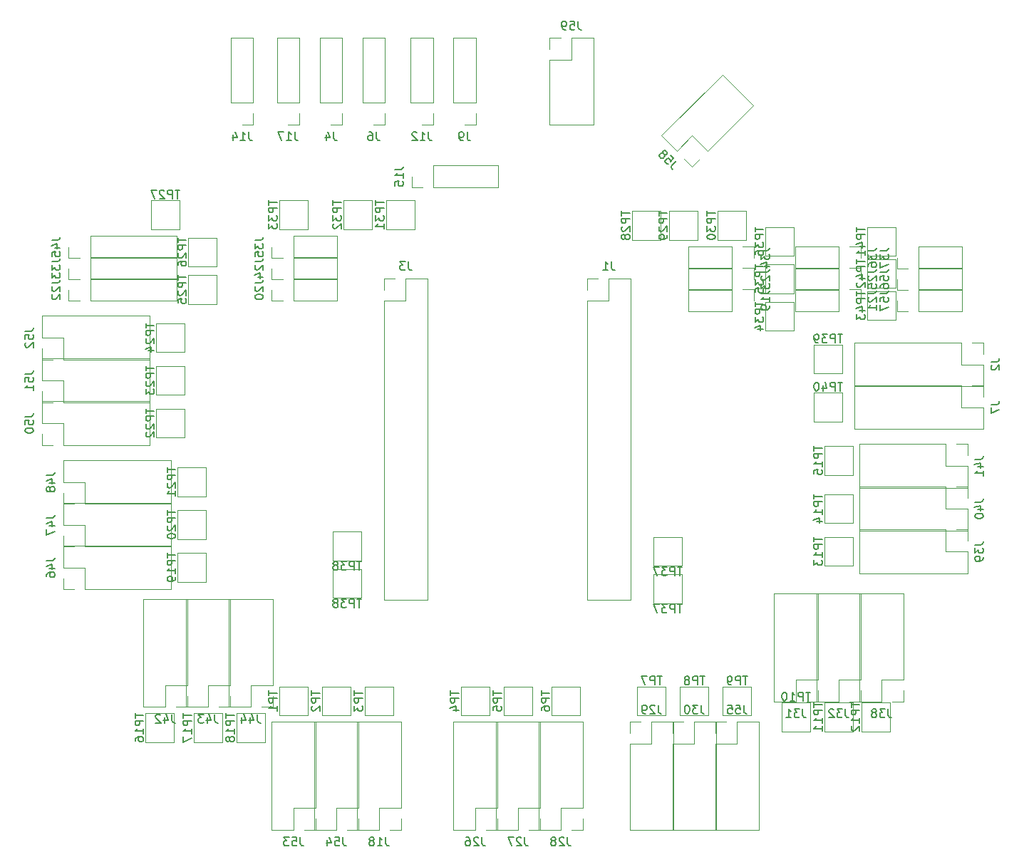
<source format=gbr>
%TF.GenerationSoftware,KiCad,Pcbnew,(5.1.9)-1*%
%TF.CreationDate,2021-04-12T23:12:51+02:00*%
%TF.ProjectId,Version1Female,56657273-696f-46e3-9146-656d616c652e,rev?*%
%TF.SameCoordinates,Original*%
%TF.FileFunction,Legend,Bot*%
%TF.FilePolarity,Positive*%
%FSLAX46Y46*%
G04 Gerber Fmt 4.6, Leading zero omitted, Abs format (unit mm)*
G04 Created by KiCad (PCBNEW (5.1.9)-1) date 2021-04-12 23:12:51*
%MOMM*%
%LPD*%
G01*
G04 APERTURE LIST*
%ADD10C,0.120000*%
%ADD11C,0.150000*%
G04 APERTURE END LIST*
D10*
%TO.C,J17*%
X113030000Y-56575000D02*
X114360000Y-56575000D01*
X114360000Y-56575000D02*
X114360000Y-55245000D01*
X114360000Y-53975000D02*
X114360000Y-46295000D01*
X111700000Y-46295000D02*
X114360000Y-46295000D01*
X111700000Y-53975000D02*
X111700000Y-46295000D01*
X111700000Y-53975000D02*
X114360000Y-53975000D01*
%TO.C,J6*%
X123190000Y-56575000D02*
X124520000Y-56575000D01*
X124520000Y-56575000D02*
X124520000Y-55245000D01*
X124520000Y-53975000D02*
X124520000Y-46295000D01*
X121860000Y-46295000D02*
X124520000Y-46295000D01*
X121860000Y-53975000D02*
X121860000Y-46295000D01*
X121860000Y-53975000D02*
X124520000Y-53975000D01*
%TO.C,J14*%
X107560000Y-56575000D02*
X108890000Y-56575000D01*
X108890000Y-56575000D02*
X108890000Y-55245000D01*
X108890000Y-53975000D02*
X108890000Y-46295000D01*
X106230000Y-46295000D02*
X108890000Y-46295000D01*
X106230000Y-53975000D02*
X106230000Y-46295000D01*
X106230000Y-53975000D02*
X108890000Y-53975000D01*
%TO.C,J12*%
X128905000Y-56575000D02*
X130235000Y-56575000D01*
X130235000Y-56575000D02*
X130235000Y-55245000D01*
X130235000Y-53975000D02*
X130235000Y-46295000D01*
X127575000Y-46295000D02*
X130235000Y-46295000D01*
X127575000Y-53975000D02*
X127575000Y-46295000D01*
X127575000Y-53975000D02*
X130235000Y-53975000D01*
%TO.C,J9*%
X133985000Y-56575000D02*
X135315000Y-56575000D01*
X135315000Y-56575000D02*
X135315000Y-55245000D01*
X135315000Y-53975000D02*
X135315000Y-46295000D01*
X132655000Y-46295000D02*
X135315000Y-46295000D01*
X132655000Y-53975000D02*
X132655000Y-46295000D01*
X132655000Y-53975000D02*
X135315000Y-53975000D01*
%TO.C,J4*%
X118110000Y-56575000D02*
X119440000Y-56575000D01*
X119440000Y-56575000D02*
X119440000Y-55245000D01*
X119440000Y-53975000D02*
X119440000Y-46295000D01*
X116780000Y-46295000D02*
X119440000Y-46295000D01*
X116780000Y-53975000D02*
X116780000Y-46295000D01*
X116780000Y-53975000D02*
X119440000Y-53975000D01*
%TO.C,J59*%
X145415000Y-46295000D02*
X144085000Y-46295000D01*
X144085000Y-46295000D02*
X144085000Y-47625000D01*
X146685000Y-46295000D02*
X146685000Y-48895000D01*
X146685000Y-48895000D02*
X144085000Y-48895000D01*
X144085000Y-48895000D02*
X144085000Y-56575000D01*
X149285000Y-56575000D02*
X144085000Y-56575000D01*
X149285000Y-46295000D02*
X149285000Y-56575000D01*
X149285000Y-46295000D02*
X146685000Y-46295000D01*
%TO.C,J58*%
X157359045Y-57893949D02*
X159197522Y-59732426D01*
X157359045Y-57893949D02*
X164628102Y-50624891D01*
X164628102Y-50624891D02*
X168305058Y-54301846D01*
X162874478Y-59732426D02*
X168305058Y-54301846D01*
X161036000Y-57893949D02*
X162874478Y-59732426D01*
X159197522Y-59732426D02*
X161036000Y-57893949D01*
X161036000Y-61570904D02*
X161976452Y-60630452D01*
X160095548Y-60630452D02*
X161036000Y-61570904D01*
%TO.C,J57*%
X185360000Y-77470000D02*
X185360000Y-78800000D01*
X185360000Y-78800000D02*
X186690000Y-78800000D01*
X187960000Y-78800000D02*
X193100000Y-78800000D01*
X193100000Y-76140000D02*
X193100000Y-78800000D01*
X187960000Y-76140000D02*
X193100000Y-76140000D01*
X187960000Y-76140000D02*
X187960000Y-78800000D01*
%TO.C,J56*%
X185360000Y-74930000D02*
X185360000Y-76260000D01*
X185360000Y-76260000D02*
X186690000Y-76260000D01*
X187960000Y-76260000D02*
X193100000Y-76260000D01*
X193100000Y-73600000D02*
X193100000Y-76260000D01*
X187960000Y-73600000D02*
X193100000Y-73600000D01*
X187960000Y-73600000D02*
X187960000Y-76260000D01*
%TO.C,J55*%
X165100000Y-127575000D02*
X163770000Y-127575000D01*
X163770000Y-127575000D02*
X163770000Y-128905000D01*
X166370000Y-127575000D02*
X166370000Y-130175000D01*
X166370000Y-130175000D02*
X163770000Y-130175000D01*
X163770000Y-130175000D02*
X163770000Y-140395000D01*
X168970000Y-140395000D02*
X163770000Y-140395000D01*
X168970000Y-127575000D02*
X168970000Y-140395000D01*
X168970000Y-127575000D02*
X166370000Y-127575000D01*
%TO.C,J54*%
X120015000Y-140395000D02*
X121345000Y-140395000D01*
X121345000Y-140395000D02*
X121345000Y-139065000D01*
X118745000Y-140395000D02*
X118745000Y-137795000D01*
X118745000Y-137795000D02*
X121345000Y-137795000D01*
X121345000Y-137795000D02*
X121345000Y-127575000D01*
X116145000Y-127575000D02*
X121345000Y-127575000D01*
X116145000Y-140395000D02*
X116145000Y-127575000D01*
X116145000Y-140395000D02*
X118745000Y-140395000D01*
%TO.C,J53*%
X114935000Y-140395000D02*
X116265000Y-140395000D01*
X116265000Y-140395000D02*
X116265000Y-139065000D01*
X113665000Y-140395000D02*
X113665000Y-137795000D01*
X113665000Y-137795000D02*
X116265000Y-137795000D01*
X116265000Y-137795000D02*
X116265000Y-127575000D01*
X111065000Y-127575000D02*
X116265000Y-127575000D01*
X111065000Y-140395000D02*
X111065000Y-127575000D01*
X111065000Y-140395000D02*
X113665000Y-140395000D01*
%TO.C,J52*%
X83760000Y-83185000D02*
X83760000Y-84515000D01*
X83760000Y-84515000D02*
X85090000Y-84515000D01*
X83760000Y-81915000D02*
X86360000Y-81915000D01*
X86360000Y-81915000D02*
X86360000Y-84515000D01*
X86360000Y-84515000D02*
X96580000Y-84515000D01*
X96580000Y-79315000D02*
X96580000Y-84515000D01*
X83760000Y-79315000D02*
X96580000Y-79315000D01*
X83760000Y-79315000D02*
X83760000Y-81915000D01*
%TO.C,J51*%
X83760000Y-88265000D02*
X83760000Y-89595000D01*
X83760000Y-89595000D02*
X85090000Y-89595000D01*
X83760000Y-86995000D02*
X86360000Y-86995000D01*
X86360000Y-86995000D02*
X86360000Y-89595000D01*
X86360000Y-89595000D02*
X96580000Y-89595000D01*
X96580000Y-84395000D02*
X96580000Y-89595000D01*
X83760000Y-84395000D02*
X96580000Y-84395000D01*
X83760000Y-84395000D02*
X83760000Y-86995000D01*
%TO.C,J50*%
X83760000Y-93345000D02*
X83760000Y-94675000D01*
X83760000Y-94675000D02*
X85090000Y-94675000D01*
X83760000Y-92075000D02*
X86360000Y-92075000D01*
X86360000Y-92075000D02*
X86360000Y-94675000D01*
X86360000Y-94675000D02*
X96580000Y-94675000D01*
X96580000Y-89475000D02*
X96580000Y-94675000D01*
X83760000Y-89475000D02*
X96580000Y-89475000D01*
X83760000Y-89475000D02*
X83760000Y-92075000D01*
%TO.C,J48*%
X86300000Y-100330000D02*
X86300000Y-101660000D01*
X86300000Y-101660000D02*
X87630000Y-101660000D01*
X86300000Y-99060000D02*
X88900000Y-99060000D01*
X88900000Y-99060000D02*
X88900000Y-101660000D01*
X88900000Y-101660000D02*
X99120000Y-101660000D01*
X99120000Y-96460000D02*
X99120000Y-101660000D01*
X86300000Y-96460000D02*
X99120000Y-96460000D01*
X86300000Y-96460000D02*
X86300000Y-99060000D01*
%TO.C,J47*%
X86300000Y-105410000D02*
X86300000Y-106740000D01*
X86300000Y-106740000D02*
X87630000Y-106740000D01*
X86300000Y-104140000D02*
X88900000Y-104140000D01*
X88900000Y-104140000D02*
X88900000Y-106740000D01*
X88900000Y-106740000D02*
X99120000Y-106740000D01*
X99120000Y-101540000D02*
X99120000Y-106740000D01*
X86300000Y-101540000D02*
X99120000Y-101540000D01*
X86300000Y-101540000D02*
X86300000Y-104140000D01*
%TO.C,J46*%
X86300000Y-110490000D02*
X86300000Y-111820000D01*
X86300000Y-111820000D02*
X87630000Y-111820000D01*
X86300000Y-109220000D02*
X88900000Y-109220000D01*
X88900000Y-109220000D02*
X88900000Y-111820000D01*
X88900000Y-111820000D02*
X99120000Y-111820000D01*
X99120000Y-106620000D02*
X99120000Y-111820000D01*
X86300000Y-106620000D02*
X99120000Y-106620000D01*
X86300000Y-106620000D02*
X86300000Y-109220000D01*
%TO.C,J45*%
X86935000Y-71120000D02*
X86935000Y-72450000D01*
X86935000Y-72450000D02*
X88265000Y-72450000D01*
X89535000Y-72450000D02*
X99755000Y-72450000D01*
X99755000Y-69790000D02*
X99755000Y-72450000D01*
X89535000Y-69790000D02*
X99755000Y-69790000D01*
X89535000Y-69790000D02*
X89535000Y-72450000D01*
%TO.C,J44*%
X109855000Y-125790000D02*
X111185000Y-125790000D01*
X111185000Y-125790000D02*
X111185000Y-124460000D01*
X108585000Y-125790000D02*
X108585000Y-123190000D01*
X108585000Y-123190000D02*
X111185000Y-123190000D01*
X111185000Y-123190000D02*
X111185000Y-112970000D01*
X105985000Y-112970000D02*
X111185000Y-112970000D01*
X105985000Y-125790000D02*
X105985000Y-112970000D01*
X105985000Y-125790000D02*
X108585000Y-125790000D01*
%TO.C,J43*%
X104775000Y-125790000D02*
X106105000Y-125790000D01*
X106105000Y-125790000D02*
X106105000Y-124460000D01*
X103505000Y-125790000D02*
X103505000Y-123190000D01*
X103505000Y-123190000D02*
X106105000Y-123190000D01*
X106105000Y-123190000D02*
X106105000Y-112970000D01*
X100905000Y-112970000D02*
X106105000Y-112970000D01*
X100905000Y-125790000D02*
X100905000Y-112970000D01*
X100905000Y-125790000D02*
X103505000Y-125790000D01*
%TO.C,J42*%
X99695000Y-125790000D02*
X101025000Y-125790000D01*
X101025000Y-125790000D02*
X101025000Y-124460000D01*
X98425000Y-125790000D02*
X98425000Y-123190000D01*
X98425000Y-123190000D02*
X101025000Y-123190000D01*
X101025000Y-123190000D02*
X101025000Y-112970000D01*
X95825000Y-112970000D02*
X101025000Y-112970000D01*
X95825000Y-125790000D02*
X95825000Y-112970000D01*
X95825000Y-125790000D02*
X98425000Y-125790000D01*
%TO.C,J41*%
X193735000Y-95885000D02*
X193735000Y-94555000D01*
X193735000Y-94555000D02*
X192405000Y-94555000D01*
X193735000Y-97155000D02*
X191135000Y-97155000D01*
X191135000Y-97155000D02*
X191135000Y-94555000D01*
X191135000Y-94555000D02*
X180915000Y-94555000D01*
X180915000Y-99755000D02*
X180915000Y-94555000D01*
X193735000Y-99755000D02*
X180915000Y-99755000D01*
X193735000Y-99755000D02*
X193735000Y-97155000D01*
%TO.C,J40*%
X193735000Y-100965000D02*
X193735000Y-99635000D01*
X193735000Y-99635000D02*
X192405000Y-99635000D01*
X193735000Y-102235000D02*
X191135000Y-102235000D01*
X191135000Y-102235000D02*
X191135000Y-99635000D01*
X191135000Y-99635000D02*
X180915000Y-99635000D01*
X180915000Y-104835000D02*
X180915000Y-99635000D01*
X193735000Y-104835000D02*
X180915000Y-104835000D01*
X193735000Y-104835000D02*
X193735000Y-102235000D01*
%TO.C,J39*%
X193735000Y-106045000D02*
X193735000Y-104715000D01*
X193735000Y-104715000D02*
X192405000Y-104715000D01*
X193735000Y-107315000D02*
X191135000Y-107315000D01*
X191135000Y-107315000D02*
X191135000Y-104715000D01*
X191135000Y-104715000D02*
X180915000Y-104715000D01*
X180915000Y-109915000D02*
X180915000Y-104715000D01*
X193735000Y-109915000D02*
X180915000Y-109915000D01*
X193735000Y-109915000D02*
X193735000Y-107315000D01*
%TO.C,J38*%
X184785000Y-125155000D02*
X186115000Y-125155000D01*
X186115000Y-125155000D02*
X186115000Y-123825000D01*
X183515000Y-125155000D02*
X183515000Y-122555000D01*
X183515000Y-122555000D02*
X186115000Y-122555000D01*
X186115000Y-122555000D02*
X186115000Y-112335000D01*
X180915000Y-112335000D02*
X186115000Y-112335000D01*
X180915000Y-125155000D02*
X180915000Y-112335000D01*
X180915000Y-125155000D02*
X183515000Y-125155000D01*
%TO.C,J37*%
X185360000Y-72390000D02*
X185360000Y-73720000D01*
X185360000Y-73720000D02*
X186690000Y-73720000D01*
X187960000Y-73720000D02*
X193100000Y-73720000D01*
X193100000Y-71060000D02*
X193100000Y-73720000D01*
X187960000Y-71060000D02*
X193100000Y-71060000D01*
X187960000Y-71060000D02*
X187960000Y-73720000D01*
%TO.C,J36*%
X178435000Y-73720000D02*
X178435000Y-71060000D01*
X178435000Y-73720000D02*
X173295000Y-73720000D01*
X173295000Y-73720000D02*
X173295000Y-71060000D01*
X178435000Y-71060000D02*
X173295000Y-71060000D01*
X181035000Y-71060000D02*
X179705000Y-71060000D01*
X181035000Y-72390000D02*
X181035000Y-71060000D01*
%TO.C,J35*%
X111065000Y-71120000D02*
X111065000Y-72450000D01*
X111065000Y-72450000D02*
X112395000Y-72450000D01*
X113665000Y-72450000D02*
X118805000Y-72450000D01*
X118805000Y-69790000D02*
X118805000Y-72450000D01*
X113665000Y-69790000D02*
X118805000Y-69790000D01*
X113665000Y-69790000D02*
X113665000Y-72450000D01*
%TO.C,J34*%
X168335000Y-72390000D02*
X168335000Y-71060000D01*
X168335000Y-71060000D02*
X167005000Y-71060000D01*
X165735000Y-71060000D02*
X160595000Y-71060000D01*
X160595000Y-73720000D02*
X160595000Y-71060000D01*
X165735000Y-73720000D02*
X160595000Y-73720000D01*
X165735000Y-73720000D02*
X165735000Y-71060000D01*
%TO.C,J33*%
X86935000Y-73660000D02*
X86935000Y-74990000D01*
X86935000Y-74990000D02*
X88265000Y-74990000D01*
X89535000Y-74990000D02*
X99755000Y-74990000D01*
X99755000Y-72330000D02*
X99755000Y-74990000D01*
X89535000Y-72330000D02*
X99755000Y-72330000D01*
X89535000Y-72330000D02*
X89535000Y-74990000D01*
%TO.C,J32*%
X179705000Y-125155000D02*
X181035000Y-125155000D01*
X181035000Y-125155000D02*
X181035000Y-123825000D01*
X178435000Y-125155000D02*
X178435000Y-122555000D01*
X178435000Y-122555000D02*
X181035000Y-122555000D01*
X181035000Y-122555000D02*
X181035000Y-112335000D01*
X175835000Y-112335000D02*
X181035000Y-112335000D01*
X175835000Y-125155000D02*
X175835000Y-112335000D01*
X175835000Y-125155000D02*
X178435000Y-125155000D01*
%TO.C,J31*%
X174625000Y-125155000D02*
X175955000Y-125155000D01*
X175955000Y-125155000D02*
X175955000Y-123825000D01*
X173355000Y-125155000D02*
X173355000Y-122555000D01*
X173355000Y-122555000D02*
X175955000Y-122555000D01*
X175955000Y-122555000D02*
X175955000Y-112335000D01*
X170755000Y-112335000D02*
X175955000Y-112335000D01*
X170755000Y-125155000D02*
X170755000Y-112335000D01*
X170755000Y-125155000D02*
X173355000Y-125155000D01*
%TO.C,J30*%
X160020000Y-127575000D02*
X158690000Y-127575000D01*
X158690000Y-127575000D02*
X158690000Y-128905000D01*
X161290000Y-127575000D02*
X161290000Y-130175000D01*
X161290000Y-130175000D02*
X158690000Y-130175000D01*
X158690000Y-130175000D02*
X158690000Y-140395000D01*
X163890000Y-140395000D02*
X158690000Y-140395000D01*
X163890000Y-127575000D02*
X163890000Y-140395000D01*
X163890000Y-127575000D02*
X161290000Y-127575000D01*
%TO.C,J29*%
X154940000Y-127575000D02*
X153610000Y-127575000D01*
X153610000Y-127575000D02*
X153610000Y-128905000D01*
X156210000Y-127575000D02*
X156210000Y-130175000D01*
X156210000Y-130175000D02*
X153610000Y-130175000D01*
X153610000Y-130175000D02*
X153610000Y-140395000D01*
X158810000Y-140395000D02*
X153610000Y-140395000D01*
X158810000Y-127575000D02*
X158810000Y-140395000D01*
X158810000Y-127575000D02*
X156210000Y-127575000D01*
%TO.C,J28*%
X146685000Y-140395000D02*
X148015000Y-140395000D01*
X148015000Y-140395000D02*
X148015000Y-139065000D01*
X145415000Y-140395000D02*
X145415000Y-137795000D01*
X145415000Y-137795000D02*
X148015000Y-137795000D01*
X148015000Y-137795000D02*
X148015000Y-127575000D01*
X142815000Y-127575000D02*
X148015000Y-127575000D01*
X142815000Y-140395000D02*
X142815000Y-127575000D01*
X142815000Y-140395000D02*
X145415000Y-140395000D01*
%TO.C,J27*%
X141605000Y-140395000D02*
X142935000Y-140395000D01*
X142935000Y-140395000D02*
X142935000Y-139065000D01*
X140335000Y-140395000D02*
X140335000Y-137795000D01*
X140335000Y-137795000D02*
X142935000Y-137795000D01*
X142935000Y-137795000D02*
X142935000Y-127575000D01*
X137735000Y-127575000D02*
X142935000Y-127575000D01*
X137735000Y-140395000D02*
X137735000Y-127575000D01*
X137735000Y-140395000D02*
X140335000Y-140395000D01*
%TO.C,J26*%
X136525000Y-140395000D02*
X137855000Y-140395000D01*
X137855000Y-140395000D02*
X137855000Y-139065000D01*
X135255000Y-140395000D02*
X135255000Y-137795000D01*
X135255000Y-137795000D02*
X137855000Y-137795000D01*
X137855000Y-137795000D02*
X137855000Y-127575000D01*
X132655000Y-127575000D02*
X137855000Y-127575000D01*
X132655000Y-140395000D02*
X132655000Y-127575000D01*
X132655000Y-140395000D02*
X135255000Y-140395000D01*
%TO.C,J25*%
X178435000Y-76260000D02*
X178435000Y-73600000D01*
X178435000Y-76260000D02*
X173295000Y-76260000D01*
X173295000Y-76260000D02*
X173295000Y-73600000D01*
X178435000Y-73600000D02*
X173295000Y-73600000D01*
X181035000Y-73600000D02*
X179705000Y-73600000D01*
X181035000Y-74930000D02*
X181035000Y-73600000D01*
%TO.C,J24*%
X111065000Y-73660000D02*
X111065000Y-74990000D01*
X111065000Y-74990000D02*
X112395000Y-74990000D01*
X113665000Y-74990000D02*
X118805000Y-74990000D01*
X118805000Y-72330000D02*
X118805000Y-74990000D01*
X113665000Y-72330000D02*
X118805000Y-72330000D01*
X113665000Y-72330000D02*
X113665000Y-74990000D01*
%TO.C,J23*%
X168335000Y-74930000D02*
X168335000Y-73600000D01*
X168335000Y-73600000D02*
X167005000Y-73600000D01*
X165735000Y-73600000D02*
X160595000Y-73600000D01*
X160595000Y-76260000D02*
X160595000Y-73600000D01*
X165735000Y-76260000D02*
X160595000Y-76260000D01*
X165735000Y-76260000D02*
X165735000Y-73600000D01*
%TO.C,J22*%
X86935000Y-76200000D02*
X86935000Y-77530000D01*
X86935000Y-77530000D02*
X88265000Y-77530000D01*
X89535000Y-77530000D02*
X99755000Y-77530000D01*
X99755000Y-74870000D02*
X99755000Y-77530000D01*
X89535000Y-74870000D02*
X99755000Y-74870000D01*
X89535000Y-74870000D02*
X89535000Y-77530000D01*
%TO.C,J21*%
X178435000Y-78800000D02*
X178435000Y-76140000D01*
X178435000Y-78800000D02*
X173295000Y-78800000D01*
X173295000Y-78800000D02*
X173295000Y-76140000D01*
X178435000Y-76140000D02*
X173295000Y-76140000D01*
X181035000Y-76140000D02*
X179705000Y-76140000D01*
X181035000Y-77470000D02*
X181035000Y-76140000D01*
%TO.C,J20*%
X111065000Y-76200000D02*
X111065000Y-77530000D01*
X111065000Y-77530000D02*
X112395000Y-77530000D01*
X113665000Y-77530000D02*
X118805000Y-77530000D01*
X118805000Y-74870000D02*
X118805000Y-77530000D01*
X113665000Y-74870000D02*
X118805000Y-74870000D01*
X113665000Y-74870000D02*
X113665000Y-77530000D01*
%TO.C,J19*%
X168335000Y-77470000D02*
X168335000Y-76140000D01*
X168335000Y-76140000D02*
X167005000Y-76140000D01*
X165735000Y-76140000D02*
X160595000Y-76140000D01*
X160595000Y-78800000D02*
X160595000Y-76140000D01*
X165735000Y-78800000D02*
X160595000Y-78800000D01*
X165735000Y-78800000D02*
X165735000Y-76140000D01*
%TO.C,J18*%
X125095000Y-140395000D02*
X126425000Y-140395000D01*
X126425000Y-140395000D02*
X126425000Y-139065000D01*
X123825000Y-140395000D02*
X123825000Y-137795000D01*
X123825000Y-137795000D02*
X126425000Y-137795000D01*
X126425000Y-137795000D02*
X126425000Y-127575000D01*
X121225000Y-127575000D02*
X126425000Y-127575000D01*
X121225000Y-140395000D02*
X121225000Y-127575000D01*
X121225000Y-140395000D02*
X123825000Y-140395000D01*
%TO.C,J15*%
X127702000Y-62738000D02*
X127702000Y-64068000D01*
X127702000Y-64068000D02*
X129032000Y-64068000D01*
X130302000Y-64068000D02*
X137982000Y-64068000D01*
X137982000Y-61408000D02*
X137982000Y-64068000D01*
X130302000Y-61408000D02*
X137982000Y-61408000D01*
X130302000Y-61408000D02*
X130302000Y-64068000D01*
%TO.C,J7*%
X195640000Y-88900000D02*
X195640000Y-87570000D01*
X195640000Y-87570000D02*
X194310000Y-87570000D01*
X195640000Y-90170000D02*
X193040000Y-90170000D01*
X193040000Y-90170000D02*
X193040000Y-87570000D01*
X193040000Y-87570000D02*
X180280000Y-87570000D01*
X180280000Y-92770000D02*
X180280000Y-87570000D01*
X195640000Y-92770000D02*
X180280000Y-92770000D01*
X195640000Y-92770000D02*
X195640000Y-90170000D01*
%TO.C,J3*%
X125730000Y-74870000D02*
X124400000Y-74870000D01*
X124400000Y-74870000D02*
X124400000Y-76200000D01*
X127000000Y-74870000D02*
X127000000Y-77470000D01*
X127000000Y-77470000D02*
X124400000Y-77470000D01*
X124400000Y-77470000D02*
X124400000Y-113090000D01*
X129600000Y-113090000D02*
X124400000Y-113090000D01*
X129600000Y-74870000D02*
X129600000Y-113090000D01*
X129600000Y-74870000D02*
X127000000Y-74870000D01*
%TO.C,J2*%
X195640000Y-83820000D02*
X195640000Y-82490000D01*
X195640000Y-82490000D02*
X194310000Y-82490000D01*
X195640000Y-85090000D02*
X193040000Y-85090000D01*
X193040000Y-85090000D02*
X193040000Y-82490000D01*
X193040000Y-82490000D02*
X180280000Y-82490000D01*
X180280000Y-87690000D02*
X180280000Y-82490000D01*
X195640000Y-87690000D02*
X180280000Y-87690000D01*
X195640000Y-87690000D02*
X195640000Y-85090000D01*
%TO.C,J1*%
X149860000Y-74870000D02*
X148530000Y-74870000D01*
X148530000Y-74870000D02*
X148530000Y-76200000D01*
X151130000Y-74870000D02*
X151130000Y-77470000D01*
X151130000Y-77470000D02*
X148530000Y-77470000D01*
X148530000Y-77470000D02*
X148530000Y-113090000D01*
X153730000Y-113090000D02*
X148530000Y-113090000D01*
X153730000Y-74870000D02*
X153730000Y-113090000D01*
X153730000Y-74870000D02*
X151130000Y-74870000D01*
%TO.C,TP43*%
X181815000Y-76405000D02*
X181815000Y-79805000D01*
X181815000Y-79805000D02*
X185215000Y-79805000D01*
X185215000Y-79805000D02*
X185215000Y-76405000D01*
X185215000Y-76405000D02*
X181815000Y-76405000D01*
%TO.C,TP42*%
X181815000Y-72595000D02*
X181815000Y-75995000D01*
X181815000Y-75995000D02*
X185215000Y-75995000D01*
X185215000Y-75995000D02*
X185215000Y-72595000D01*
X185215000Y-72595000D02*
X181815000Y-72595000D01*
%TO.C,TP41*%
X181815000Y-68785000D02*
X181815000Y-72185000D01*
X181815000Y-72185000D02*
X185215000Y-72185000D01*
X185215000Y-72185000D02*
X185215000Y-68785000D01*
X185215000Y-68785000D02*
X181815000Y-68785000D01*
%TO.C,TP40*%
X178865000Y-88470000D02*
X175465000Y-88470000D01*
X175465000Y-88470000D02*
X175465000Y-91870000D01*
X175465000Y-91870000D02*
X178865000Y-91870000D01*
X178865000Y-91870000D02*
X178865000Y-88470000D01*
%TO.C,TP39*%
X178865000Y-82755000D02*
X175465000Y-82755000D01*
X175465000Y-82755000D02*
X175465000Y-86155000D01*
X175465000Y-86155000D02*
X178865000Y-86155000D01*
X178865000Y-86155000D02*
X178865000Y-82755000D01*
%TO.C,TP38*%
X118315000Y-108380000D02*
X121715000Y-108380000D01*
X121715000Y-108380000D02*
X121715000Y-104980000D01*
X121715000Y-104980000D02*
X118315000Y-104980000D01*
X118315000Y-104980000D02*
X118315000Y-108380000D01*
X118315000Y-112825000D02*
X121715000Y-112825000D01*
X121715000Y-112825000D02*
X121715000Y-109425000D01*
X121715000Y-109425000D02*
X118315000Y-109425000D01*
X118315000Y-109425000D02*
X118315000Y-112825000D01*
%TO.C,TP37*%
X156415000Y-109015000D02*
X159815000Y-109015000D01*
X159815000Y-109015000D02*
X159815000Y-105615000D01*
X159815000Y-105615000D02*
X156415000Y-105615000D01*
X156415000Y-105615000D02*
X156415000Y-109015000D01*
X156415000Y-113460000D02*
X159815000Y-113460000D01*
X159815000Y-113460000D02*
X159815000Y-110060000D01*
X159815000Y-110060000D02*
X156415000Y-110060000D01*
X156415000Y-110060000D02*
X156415000Y-113460000D01*
%TO.C,TP36*%
X169750000Y-68785000D02*
X169750000Y-72185000D01*
X169750000Y-72185000D02*
X173150000Y-72185000D01*
X173150000Y-72185000D02*
X173150000Y-68785000D01*
X173150000Y-68785000D02*
X169750000Y-68785000D01*
%TO.C,TP35*%
X169750000Y-73230000D02*
X169750000Y-76630000D01*
X169750000Y-76630000D02*
X173150000Y-76630000D01*
X173150000Y-76630000D02*
X173150000Y-73230000D01*
X173150000Y-73230000D02*
X169750000Y-73230000D01*
%TO.C,TP34*%
X169750000Y-77675000D02*
X169750000Y-81075000D01*
X169750000Y-81075000D02*
X173150000Y-81075000D01*
X173150000Y-81075000D02*
X173150000Y-77675000D01*
X173150000Y-77675000D02*
X169750000Y-77675000D01*
%TO.C,TP33*%
X111965000Y-65610000D02*
X111965000Y-69010000D01*
X111965000Y-69010000D02*
X115365000Y-69010000D01*
X115365000Y-69010000D02*
X115365000Y-65610000D01*
X115365000Y-65610000D02*
X111965000Y-65610000D01*
%TO.C,TP32*%
X119585000Y-65610000D02*
X119585000Y-69010000D01*
X119585000Y-69010000D02*
X122985000Y-69010000D01*
X122985000Y-69010000D02*
X122985000Y-65610000D01*
X122985000Y-65610000D02*
X119585000Y-65610000D01*
%TO.C,TP31*%
X124665000Y-65610000D02*
X124665000Y-69010000D01*
X124665000Y-69010000D02*
X128065000Y-69010000D01*
X128065000Y-69010000D02*
X128065000Y-65610000D01*
X128065000Y-65610000D02*
X124665000Y-65610000D01*
%TO.C,TP30*%
X164035000Y-66880000D02*
X164035000Y-70280000D01*
X164035000Y-70280000D02*
X167435000Y-70280000D01*
X167435000Y-70280000D02*
X167435000Y-66880000D01*
X167435000Y-66880000D02*
X164035000Y-66880000D01*
%TO.C,TP29*%
X158320000Y-66880000D02*
X158320000Y-70280000D01*
X158320000Y-70280000D02*
X161720000Y-70280000D01*
X161720000Y-70280000D02*
X161720000Y-66880000D01*
X161720000Y-66880000D02*
X158320000Y-66880000D01*
%TO.C,TP28*%
X153875000Y-66880000D02*
X153875000Y-70280000D01*
X153875000Y-70280000D02*
X157275000Y-70280000D01*
X157275000Y-70280000D02*
X157275000Y-66880000D01*
X157275000Y-66880000D02*
X153875000Y-66880000D01*
%TO.C,TP27*%
X100125000Y-65610000D02*
X96725000Y-65610000D01*
X96725000Y-65610000D02*
X96725000Y-69010000D01*
X96725000Y-69010000D02*
X100125000Y-69010000D01*
X100125000Y-69010000D02*
X100125000Y-65610000D01*
%TO.C,TP26*%
X101170000Y-70055000D02*
X101170000Y-73455000D01*
X101170000Y-73455000D02*
X104570000Y-73455000D01*
X104570000Y-73455000D02*
X104570000Y-70055000D01*
X104570000Y-70055000D02*
X101170000Y-70055000D01*
%TO.C,TP25*%
X101170000Y-74500000D02*
X101170000Y-77900000D01*
X101170000Y-77900000D02*
X104570000Y-77900000D01*
X104570000Y-77900000D02*
X104570000Y-74500000D01*
X104570000Y-74500000D02*
X101170000Y-74500000D01*
%TO.C,TP24*%
X97360000Y-80215000D02*
X97360000Y-83615000D01*
X97360000Y-83615000D02*
X100760000Y-83615000D01*
X100760000Y-83615000D02*
X100760000Y-80215000D01*
X100760000Y-80215000D02*
X97360000Y-80215000D01*
%TO.C,TP23*%
X97360000Y-85295000D02*
X97360000Y-88695000D01*
X97360000Y-88695000D02*
X100760000Y-88695000D01*
X100760000Y-88695000D02*
X100760000Y-85295000D01*
X100760000Y-85295000D02*
X97360000Y-85295000D01*
%TO.C,TP22*%
X97360000Y-90375000D02*
X97360000Y-93775000D01*
X97360000Y-93775000D02*
X100760000Y-93775000D01*
X100760000Y-93775000D02*
X100760000Y-90375000D01*
X100760000Y-90375000D02*
X97360000Y-90375000D01*
%TO.C,TP21*%
X99900000Y-97360000D02*
X99900000Y-100760000D01*
X99900000Y-100760000D02*
X103300000Y-100760000D01*
X103300000Y-100760000D02*
X103300000Y-97360000D01*
X103300000Y-97360000D02*
X99900000Y-97360000D01*
%TO.C,TP20*%
X99900000Y-102440000D02*
X99900000Y-105840000D01*
X99900000Y-105840000D02*
X103300000Y-105840000D01*
X103300000Y-105840000D02*
X103300000Y-102440000D01*
X103300000Y-102440000D02*
X99900000Y-102440000D01*
%TO.C,TP19*%
X99900000Y-107520000D02*
X99900000Y-110920000D01*
X99900000Y-110920000D02*
X103300000Y-110920000D01*
X103300000Y-110920000D02*
X103300000Y-107520000D01*
X103300000Y-107520000D02*
X99900000Y-107520000D01*
%TO.C,TP18*%
X106885000Y-126570000D02*
X106885000Y-129970000D01*
X106885000Y-129970000D02*
X110285000Y-129970000D01*
X110285000Y-129970000D02*
X110285000Y-126570000D01*
X110285000Y-126570000D02*
X106885000Y-126570000D01*
%TO.C,TP17*%
X101805000Y-126570000D02*
X101805000Y-129970000D01*
X101805000Y-129970000D02*
X105205000Y-129970000D01*
X105205000Y-129970000D02*
X105205000Y-126570000D01*
X105205000Y-126570000D02*
X101805000Y-126570000D01*
%TO.C,TP16*%
X96090000Y-126570000D02*
X96090000Y-129970000D01*
X96090000Y-129970000D02*
X99490000Y-129970000D01*
X99490000Y-129970000D02*
X99490000Y-126570000D01*
X99490000Y-126570000D02*
X96090000Y-126570000D01*
%TO.C,TP15*%
X176735000Y-94820000D02*
X176735000Y-98220000D01*
X176735000Y-98220000D02*
X180135000Y-98220000D01*
X180135000Y-98220000D02*
X180135000Y-94820000D01*
X180135000Y-94820000D02*
X176735000Y-94820000D01*
%TO.C,TP14*%
X176735000Y-100535000D02*
X176735000Y-103935000D01*
X176735000Y-103935000D02*
X180135000Y-103935000D01*
X180135000Y-103935000D02*
X180135000Y-100535000D01*
X180135000Y-100535000D02*
X176735000Y-100535000D01*
%TO.C,TP13*%
X176735000Y-105615000D02*
X176735000Y-109015000D01*
X176735000Y-109015000D02*
X180135000Y-109015000D01*
X180135000Y-109015000D02*
X180135000Y-105615000D01*
X180135000Y-105615000D02*
X176735000Y-105615000D01*
%TO.C,TP12*%
X181180000Y-125300000D02*
X181180000Y-128700000D01*
X181180000Y-128700000D02*
X184580000Y-128700000D01*
X184580000Y-128700000D02*
X184580000Y-125300000D01*
X184580000Y-125300000D02*
X181180000Y-125300000D01*
%TO.C,TP11*%
X176735000Y-125300000D02*
X176735000Y-128700000D01*
X176735000Y-128700000D02*
X180135000Y-128700000D01*
X180135000Y-128700000D02*
X180135000Y-125300000D01*
X180135000Y-125300000D02*
X176735000Y-125300000D01*
%TO.C,TP10*%
X175055000Y-125300000D02*
X171655000Y-125300000D01*
X171655000Y-125300000D02*
X171655000Y-128700000D01*
X171655000Y-128700000D02*
X175055000Y-128700000D01*
X175055000Y-128700000D02*
X175055000Y-125300000D01*
%TO.C,TP9*%
X168070000Y-123395000D02*
X164670000Y-123395000D01*
X164670000Y-123395000D02*
X164670000Y-126795000D01*
X164670000Y-126795000D02*
X168070000Y-126795000D01*
X168070000Y-126795000D02*
X168070000Y-123395000D01*
%TO.C,TP8*%
X162990000Y-123395000D02*
X159590000Y-123395000D01*
X159590000Y-123395000D02*
X159590000Y-126795000D01*
X159590000Y-126795000D02*
X162990000Y-126795000D01*
X162990000Y-126795000D02*
X162990000Y-123395000D01*
%TO.C,TP7*%
X157910000Y-123395000D02*
X154510000Y-123395000D01*
X154510000Y-123395000D02*
X154510000Y-126795000D01*
X154510000Y-126795000D02*
X157910000Y-126795000D01*
X157910000Y-126795000D02*
X157910000Y-123395000D01*
%TO.C,TP6*%
X144350000Y-123395000D02*
X144350000Y-126795000D01*
X144350000Y-126795000D02*
X147750000Y-126795000D01*
X147750000Y-126795000D02*
X147750000Y-123395000D01*
X147750000Y-123395000D02*
X144350000Y-123395000D01*
%TO.C,TP5*%
X138635000Y-123395000D02*
X138635000Y-126795000D01*
X138635000Y-126795000D02*
X142035000Y-126795000D01*
X142035000Y-126795000D02*
X142035000Y-123395000D01*
X142035000Y-123395000D02*
X138635000Y-123395000D01*
%TO.C,TP4*%
X133555000Y-123395000D02*
X133555000Y-126795000D01*
X133555000Y-126795000D02*
X136955000Y-126795000D01*
X136955000Y-126795000D02*
X136955000Y-123395000D01*
X136955000Y-123395000D02*
X133555000Y-123395000D01*
%TO.C,TP3*%
X122125000Y-123395000D02*
X122125000Y-126795000D01*
X122125000Y-126795000D02*
X125525000Y-126795000D01*
X125525000Y-126795000D02*
X125525000Y-123395000D01*
X125525000Y-123395000D02*
X122125000Y-123395000D01*
%TO.C,TP2*%
X117045000Y-123395000D02*
X117045000Y-126795000D01*
X117045000Y-126795000D02*
X120445000Y-126795000D01*
X120445000Y-126795000D02*
X120445000Y-123395000D01*
X120445000Y-123395000D02*
X117045000Y-123395000D01*
%TO.C,TP1*%
X111965000Y-123395000D02*
X111965000Y-126795000D01*
X111965000Y-126795000D02*
X115365000Y-126795000D01*
X115365000Y-126795000D02*
X115365000Y-123395000D01*
X115365000Y-123395000D02*
X111965000Y-123395000D01*
%TO.C,J17*%
D11*
X113839523Y-57467380D02*
X113839523Y-58181666D01*
X113887142Y-58324523D01*
X113982380Y-58419761D01*
X114125238Y-58467380D01*
X114220476Y-58467380D01*
X112839523Y-58467380D02*
X113410952Y-58467380D01*
X113125238Y-58467380D02*
X113125238Y-57467380D01*
X113220476Y-57610238D01*
X113315714Y-57705476D01*
X113410952Y-57753095D01*
X112506190Y-57467380D02*
X111839523Y-57467380D01*
X112268095Y-58467380D01*
%TO.C,J6*%
X123523333Y-57467380D02*
X123523333Y-58181666D01*
X123570952Y-58324523D01*
X123666190Y-58419761D01*
X123809047Y-58467380D01*
X123904285Y-58467380D01*
X122618571Y-57467380D02*
X122809047Y-57467380D01*
X122904285Y-57515000D01*
X122951904Y-57562619D01*
X123047142Y-57705476D01*
X123094761Y-57895952D01*
X123094761Y-58276904D01*
X123047142Y-58372142D01*
X122999523Y-58419761D01*
X122904285Y-58467380D01*
X122713809Y-58467380D01*
X122618571Y-58419761D01*
X122570952Y-58372142D01*
X122523333Y-58276904D01*
X122523333Y-58038809D01*
X122570952Y-57943571D01*
X122618571Y-57895952D01*
X122713809Y-57848333D01*
X122904285Y-57848333D01*
X122999523Y-57895952D01*
X123047142Y-57943571D01*
X123094761Y-58038809D01*
%TO.C,J14*%
X108369523Y-57467380D02*
X108369523Y-58181666D01*
X108417142Y-58324523D01*
X108512380Y-58419761D01*
X108655238Y-58467380D01*
X108750476Y-58467380D01*
X107369523Y-58467380D02*
X107940952Y-58467380D01*
X107655238Y-58467380D02*
X107655238Y-57467380D01*
X107750476Y-57610238D01*
X107845714Y-57705476D01*
X107940952Y-57753095D01*
X106512380Y-57800714D02*
X106512380Y-58467380D01*
X106750476Y-57419761D02*
X106988571Y-58134047D01*
X106369523Y-58134047D01*
%TO.C,J12*%
X129714523Y-57467380D02*
X129714523Y-58181666D01*
X129762142Y-58324523D01*
X129857380Y-58419761D01*
X130000238Y-58467380D01*
X130095476Y-58467380D01*
X128714523Y-58467380D02*
X129285952Y-58467380D01*
X129000238Y-58467380D02*
X129000238Y-57467380D01*
X129095476Y-57610238D01*
X129190714Y-57705476D01*
X129285952Y-57753095D01*
X128333571Y-57562619D02*
X128285952Y-57515000D01*
X128190714Y-57467380D01*
X127952619Y-57467380D01*
X127857380Y-57515000D01*
X127809761Y-57562619D01*
X127762142Y-57657857D01*
X127762142Y-57753095D01*
X127809761Y-57895952D01*
X128381190Y-58467380D01*
X127762142Y-58467380D01*
%TO.C,J9*%
X134318333Y-57467380D02*
X134318333Y-58181666D01*
X134365952Y-58324523D01*
X134461190Y-58419761D01*
X134604047Y-58467380D01*
X134699285Y-58467380D01*
X133794523Y-58467380D02*
X133604047Y-58467380D01*
X133508809Y-58419761D01*
X133461190Y-58372142D01*
X133365952Y-58229285D01*
X133318333Y-58038809D01*
X133318333Y-57657857D01*
X133365952Y-57562619D01*
X133413571Y-57515000D01*
X133508809Y-57467380D01*
X133699285Y-57467380D01*
X133794523Y-57515000D01*
X133842142Y-57562619D01*
X133889761Y-57657857D01*
X133889761Y-57895952D01*
X133842142Y-57991190D01*
X133794523Y-58038809D01*
X133699285Y-58086428D01*
X133508809Y-58086428D01*
X133413571Y-58038809D01*
X133365952Y-57991190D01*
X133318333Y-57895952D01*
%TO.C,J4*%
X118443333Y-57467380D02*
X118443333Y-58181666D01*
X118490952Y-58324523D01*
X118586190Y-58419761D01*
X118729047Y-58467380D01*
X118824285Y-58467380D01*
X117538571Y-57800714D02*
X117538571Y-58467380D01*
X117776666Y-57419761D02*
X118014761Y-58134047D01*
X117395714Y-58134047D01*
%TO.C,J59*%
X147494523Y-44307380D02*
X147494523Y-45021666D01*
X147542142Y-45164523D01*
X147637380Y-45259761D01*
X147780238Y-45307380D01*
X147875476Y-45307380D01*
X146542142Y-44307380D02*
X147018333Y-44307380D01*
X147065952Y-44783571D01*
X147018333Y-44735952D01*
X146923095Y-44688333D01*
X146685000Y-44688333D01*
X146589761Y-44735952D01*
X146542142Y-44783571D01*
X146494523Y-44878809D01*
X146494523Y-45116904D01*
X146542142Y-45212142D01*
X146589761Y-45259761D01*
X146685000Y-45307380D01*
X146923095Y-45307380D01*
X147018333Y-45259761D01*
X147065952Y-45212142D01*
X146018333Y-45307380D02*
X145827857Y-45307380D01*
X145732619Y-45259761D01*
X145685000Y-45212142D01*
X145589761Y-45069285D01*
X145542142Y-44878809D01*
X145542142Y-44497857D01*
X145589761Y-44402619D01*
X145637380Y-44355000D01*
X145732619Y-44307380D01*
X145923095Y-44307380D01*
X146018333Y-44355000D01*
X146065952Y-44402619D01*
X146113571Y-44497857D01*
X146113571Y-44735952D01*
X146065952Y-44831190D01*
X146018333Y-44878809D01*
X145923095Y-44926428D01*
X145732619Y-44926428D01*
X145637380Y-44878809D01*
X145589761Y-44831190D01*
X145542142Y-44735952D01*
%TO.C,J58*%
X159138933Y-60935854D02*
X158633857Y-61440930D01*
X158566514Y-61575617D01*
X158566514Y-61710304D01*
X158633857Y-61844991D01*
X158701201Y-61912335D01*
X158465498Y-60262419D02*
X158802216Y-60599137D01*
X158499170Y-60969526D01*
X158499170Y-60902182D01*
X158465498Y-60801167D01*
X158297140Y-60632808D01*
X158196124Y-60599137D01*
X158128781Y-60599137D01*
X158027766Y-60632808D01*
X157859407Y-60801167D01*
X157825735Y-60902182D01*
X157825735Y-60969526D01*
X157859407Y-61070541D01*
X158027766Y-61238900D01*
X158128781Y-61272572D01*
X158196124Y-61272572D01*
X157724720Y-60127732D02*
X157825735Y-60161404D01*
X157893079Y-60161404D01*
X157994094Y-60127732D01*
X158027766Y-60094060D01*
X158061437Y-59993045D01*
X158061437Y-59925702D01*
X158027766Y-59824686D01*
X157893079Y-59689999D01*
X157792063Y-59656328D01*
X157724720Y-59656328D01*
X157623705Y-59689999D01*
X157590033Y-59723671D01*
X157556361Y-59824686D01*
X157556361Y-59892030D01*
X157590033Y-59993045D01*
X157724720Y-60127732D01*
X157758392Y-60228747D01*
X157758392Y-60296091D01*
X157724720Y-60397106D01*
X157590033Y-60531793D01*
X157489018Y-60565465D01*
X157421674Y-60565465D01*
X157320659Y-60531793D01*
X157185972Y-60397106D01*
X157152300Y-60296091D01*
X157152300Y-60228747D01*
X157185972Y-60127732D01*
X157320659Y-59993045D01*
X157421674Y-59959373D01*
X157489018Y-59959373D01*
X157590033Y-59993045D01*
%TO.C,J57*%
X183372380Y-76660476D02*
X184086666Y-76660476D01*
X184229523Y-76612857D01*
X184324761Y-76517619D01*
X184372380Y-76374761D01*
X184372380Y-76279523D01*
X183372380Y-77612857D02*
X183372380Y-77136666D01*
X183848571Y-77089047D01*
X183800952Y-77136666D01*
X183753333Y-77231904D01*
X183753333Y-77470000D01*
X183800952Y-77565238D01*
X183848571Y-77612857D01*
X183943809Y-77660476D01*
X184181904Y-77660476D01*
X184277142Y-77612857D01*
X184324761Y-77565238D01*
X184372380Y-77470000D01*
X184372380Y-77231904D01*
X184324761Y-77136666D01*
X184277142Y-77089047D01*
X183372380Y-77993809D02*
X183372380Y-78660476D01*
X184372380Y-78231904D01*
%TO.C,J56*%
X183372380Y-74120476D02*
X184086666Y-74120476D01*
X184229523Y-74072857D01*
X184324761Y-73977619D01*
X184372380Y-73834761D01*
X184372380Y-73739523D01*
X183372380Y-75072857D02*
X183372380Y-74596666D01*
X183848571Y-74549047D01*
X183800952Y-74596666D01*
X183753333Y-74691904D01*
X183753333Y-74930000D01*
X183800952Y-75025238D01*
X183848571Y-75072857D01*
X183943809Y-75120476D01*
X184181904Y-75120476D01*
X184277142Y-75072857D01*
X184324761Y-75025238D01*
X184372380Y-74930000D01*
X184372380Y-74691904D01*
X184324761Y-74596666D01*
X184277142Y-74549047D01*
X183372380Y-75977619D02*
X183372380Y-75787142D01*
X183420000Y-75691904D01*
X183467619Y-75644285D01*
X183610476Y-75549047D01*
X183800952Y-75501428D01*
X184181904Y-75501428D01*
X184277142Y-75549047D01*
X184324761Y-75596666D01*
X184372380Y-75691904D01*
X184372380Y-75882380D01*
X184324761Y-75977619D01*
X184277142Y-76025238D01*
X184181904Y-76072857D01*
X183943809Y-76072857D01*
X183848571Y-76025238D01*
X183800952Y-75977619D01*
X183753333Y-75882380D01*
X183753333Y-75691904D01*
X183800952Y-75596666D01*
X183848571Y-75549047D01*
X183943809Y-75501428D01*
%TO.C,J55*%
X167179523Y-125587380D02*
X167179523Y-126301666D01*
X167227142Y-126444523D01*
X167322380Y-126539761D01*
X167465238Y-126587380D01*
X167560476Y-126587380D01*
X166227142Y-125587380D02*
X166703333Y-125587380D01*
X166750952Y-126063571D01*
X166703333Y-126015952D01*
X166608095Y-125968333D01*
X166370000Y-125968333D01*
X166274761Y-126015952D01*
X166227142Y-126063571D01*
X166179523Y-126158809D01*
X166179523Y-126396904D01*
X166227142Y-126492142D01*
X166274761Y-126539761D01*
X166370000Y-126587380D01*
X166608095Y-126587380D01*
X166703333Y-126539761D01*
X166750952Y-126492142D01*
X165274761Y-125587380D02*
X165750952Y-125587380D01*
X165798571Y-126063571D01*
X165750952Y-126015952D01*
X165655714Y-125968333D01*
X165417619Y-125968333D01*
X165322380Y-126015952D01*
X165274761Y-126063571D01*
X165227142Y-126158809D01*
X165227142Y-126396904D01*
X165274761Y-126492142D01*
X165322380Y-126539761D01*
X165417619Y-126587380D01*
X165655714Y-126587380D01*
X165750952Y-126539761D01*
X165798571Y-126492142D01*
%TO.C,J54*%
X119554523Y-141287380D02*
X119554523Y-142001666D01*
X119602142Y-142144523D01*
X119697380Y-142239761D01*
X119840238Y-142287380D01*
X119935476Y-142287380D01*
X118602142Y-141287380D02*
X119078333Y-141287380D01*
X119125952Y-141763571D01*
X119078333Y-141715952D01*
X118983095Y-141668333D01*
X118745000Y-141668333D01*
X118649761Y-141715952D01*
X118602142Y-141763571D01*
X118554523Y-141858809D01*
X118554523Y-142096904D01*
X118602142Y-142192142D01*
X118649761Y-142239761D01*
X118745000Y-142287380D01*
X118983095Y-142287380D01*
X119078333Y-142239761D01*
X119125952Y-142192142D01*
X117697380Y-141620714D02*
X117697380Y-142287380D01*
X117935476Y-141239761D02*
X118173571Y-141954047D01*
X117554523Y-141954047D01*
%TO.C,J53*%
X114474523Y-141287380D02*
X114474523Y-142001666D01*
X114522142Y-142144523D01*
X114617380Y-142239761D01*
X114760238Y-142287380D01*
X114855476Y-142287380D01*
X113522142Y-141287380D02*
X113998333Y-141287380D01*
X114045952Y-141763571D01*
X113998333Y-141715952D01*
X113903095Y-141668333D01*
X113665000Y-141668333D01*
X113569761Y-141715952D01*
X113522142Y-141763571D01*
X113474523Y-141858809D01*
X113474523Y-142096904D01*
X113522142Y-142192142D01*
X113569761Y-142239761D01*
X113665000Y-142287380D01*
X113903095Y-142287380D01*
X113998333Y-142239761D01*
X114045952Y-142192142D01*
X113141190Y-141287380D02*
X112522142Y-141287380D01*
X112855476Y-141668333D01*
X112712619Y-141668333D01*
X112617380Y-141715952D01*
X112569761Y-141763571D01*
X112522142Y-141858809D01*
X112522142Y-142096904D01*
X112569761Y-142192142D01*
X112617380Y-142239761D01*
X112712619Y-142287380D01*
X112998333Y-142287380D01*
X113093571Y-142239761D01*
X113141190Y-142192142D01*
%TO.C,J52*%
X81772380Y-81105476D02*
X82486666Y-81105476D01*
X82629523Y-81057857D01*
X82724761Y-80962619D01*
X82772380Y-80819761D01*
X82772380Y-80724523D01*
X81772380Y-82057857D02*
X81772380Y-81581666D01*
X82248571Y-81534047D01*
X82200952Y-81581666D01*
X82153333Y-81676904D01*
X82153333Y-81915000D01*
X82200952Y-82010238D01*
X82248571Y-82057857D01*
X82343809Y-82105476D01*
X82581904Y-82105476D01*
X82677142Y-82057857D01*
X82724761Y-82010238D01*
X82772380Y-81915000D01*
X82772380Y-81676904D01*
X82724761Y-81581666D01*
X82677142Y-81534047D01*
X81867619Y-82486428D02*
X81820000Y-82534047D01*
X81772380Y-82629285D01*
X81772380Y-82867380D01*
X81820000Y-82962619D01*
X81867619Y-83010238D01*
X81962857Y-83057857D01*
X82058095Y-83057857D01*
X82200952Y-83010238D01*
X82772380Y-82438809D01*
X82772380Y-83057857D01*
%TO.C,J51*%
X81772380Y-86185476D02*
X82486666Y-86185476D01*
X82629523Y-86137857D01*
X82724761Y-86042619D01*
X82772380Y-85899761D01*
X82772380Y-85804523D01*
X81772380Y-87137857D02*
X81772380Y-86661666D01*
X82248571Y-86614047D01*
X82200952Y-86661666D01*
X82153333Y-86756904D01*
X82153333Y-86995000D01*
X82200952Y-87090238D01*
X82248571Y-87137857D01*
X82343809Y-87185476D01*
X82581904Y-87185476D01*
X82677142Y-87137857D01*
X82724761Y-87090238D01*
X82772380Y-86995000D01*
X82772380Y-86756904D01*
X82724761Y-86661666D01*
X82677142Y-86614047D01*
X82772380Y-88137857D02*
X82772380Y-87566428D01*
X82772380Y-87852142D02*
X81772380Y-87852142D01*
X81915238Y-87756904D01*
X82010476Y-87661666D01*
X82058095Y-87566428D01*
%TO.C,J50*%
X81772380Y-91265476D02*
X82486666Y-91265476D01*
X82629523Y-91217857D01*
X82724761Y-91122619D01*
X82772380Y-90979761D01*
X82772380Y-90884523D01*
X81772380Y-92217857D02*
X81772380Y-91741666D01*
X82248571Y-91694047D01*
X82200952Y-91741666D01*
X82153333Y-91836904D01*
X82153333Y-92075000D01*
X82200952Y-92170238D01*
X82248571Y-92217857D01*
X82343809Y-92265476D01*
X82581904Y-92265476D01*
X82677142Y-92217857D01*
X82724761Y-92170238D01*
X82772380Y-92075000D01*
X82772380Y-91836904D01*
X82724761Y-91741666D01*
X82677142Y-91694047D01*
X81772380Y-92884523D02*
X81772380Y-92979761D01*
X81820000Y-93075000D01*
X81867619Y-93122619D01*
X81962857Y-93170238D01*
X82153333Y-93217857D01*
X82391428Y-93217857D01*
X82581904Y-93170238D01*
X82677142Y-93122619D01*
X82724761Y-93075000D01*
X82772380Y-92979761D01*
X82772380Y-92884523D01*
X82724761Y-92789285D01*
X82677142Y-92741666D01*
X82581904Y-92694047D01*
X82391428Y-92646428D01*
X82153333Y-92646428D01*
X81962857Y-92694047D01*
X81867619Y-92741666D01*
X81820000Y-92789285D01*
X81772380Y-92884523D01*
%TO.C,J48*%
X84312380Y-98250476D02*
X85026666Y-98250476D01*
X85169523Y-98202857D01*
X85264761Y-98107619D01*
X85312380Y-97964761D01*
X85312380Y-97869523D01*
X84645714Y-99155238D02*
X85312380Y-99155238D01*
X84264761Y-98917142D02*
X84979047Y-98679047D01*
X84979047Y-99298095D01*
X84740952Y-99821904D02*
X84693333Y-99726666D01*
X84645714Y-99679047D01*
X84550476Y-99631428D01*
X84502857Y-99631428D01*
X84407619Y-99679047D01*
X84360000Y-99726666D01*
X84312380Y-99821904D01*
X84312380Y-100012380D01*
X84360000Y-100107619D01*
X84407619Y-100155238D01*
X84502857Y-100202857D01*
X84550476Y-100202857D01*
X84645714Y-100155238D01*
X84693333Y-100107619D01*
X84740952Y-100012380D01*
X84740952Y-99821904D01*
X84788571Y-99726666D01*
X84836190Y-99679047D01*
X84931428Y-99631428D01*
X85121904Y-99631428D01*
X85217142Y-99679047D01*
X85264761Y-99726666D01*
X85312380Y-99821904D01*
X85312380Y-100012380D01*
X85264761Y-100107619D01*
X85217142Y-100155238D01*
X85121904Y-100202857D01*
X84931428Y-100202857D01*
X84836190Y-100155238D01*
X84788571Y-100107619D01*
X84740952Y-100012380D01*
%TO.C,J47*%
X84312380Y-103330476D02*
X85026666Y-103330476D01*
X85169523Y-103282857D01*
X85264761Y-103187619D01*
X85312380Y-103044761D01*
X85312380Y-102949523D01*
X84645714Y-104235238D02*
X85312380Y-104235238D01*
X84264761Y-103997142D02*
X84979047Y-103759047D01*
X84979047Y-104378095D01*
X84312380Y-104663809D02*
X84312380Y-105330476D01*
X85312380Y-104901904D01*
%TO.C,J46*%
X84312380Y-108410476D02*
X85026666Y-108410476D01*
X85169523Y-108362857D01*
X85264761Y-108267619D01*
X85312380Y-108124761D01*
X85312380Y-108029523D01*
X84645714Y-109315238D02*
X85312380Y-109315238D01*
X84264761Y-109077142D02*
X84979047Y-108839047D01*
X84979047Y-109458095D01*
X84312380Y-110267619D02*
X84312380Y-110077142D01*
X84360000Y-109981904D01*
X84407619Y-109934285D01*
X84550476Y-109839047D01*
X84740952Y-109791428D01*
X85121904Y-109791428D01*
X85217142Y-109839047D01*
X85264761Y-109886666D01*
X85312380Y-109981904D01*
X85312380Y-110172380D01*
X85264761Y-110267619D01*
X85217142Y-110315238D01*
X85121904Y-110362857D01*
X84883809Y-110362857D01*
X84788571Y-110315238D01*
X84740952Y-110267619D01*
X84693333Y-110172380D01*
X84693333Y-109981904D01*
X84740952Y-109886666D01*
X84788571Y-109839047D01*
X84883809Y-109791428D01*
%TO.C,J45*%
X84947380Y-70310476D02*
X85661666Y-70310476D01*
X85804523Y-70262857D01*
X85899761Y-70167619D01*
X85947380Y-70024761D01*
X85947380Y-69929523D01*
X85280714Y-71215238D02*
X85947380Y-71215238D01*
X84899761Y-70977142D02*
X85614047Y-70739047D01*
X85614047Y-71358095D01*
X84947380Y-72215238D02*
X84947380Y-71739047D01*
X85423571Y-71691428D01*
X85375952Y-71739047D01*
X85328333Y-71834285D01*
X85328333Y-72072380D01*
X85375952Y-72167619D01*
X85423571Y-72215238D01*
X85518809Y-72262857D01*
X85756904Y-72262857D01*
X85852142Y-72215238D01*
X85899761Y-72167619D01*
X85947380Y-72072380D01*
X85947380Y-71834285D01*
X85899761Y-71739047D01*
X85852142Y-71691428D01*
%TO.C,J44*%
X109394523Y-126682380D02*
X109394523Y-127396666D01*
X109442142Y-127539523D01*
X109537380Y-127634761D01*
X109680238Y-127682380D01*
X109775476Y-127682380D01*
X108489761Y-127015714D02*
X108489761Y-127682380D01*
X108727857Y-126634761D02*
X108965952Y-127349047D01*
X108346904Y-127349047D01*
X107537380Y-127015714D02*
X107537380Y-127682380D01*
X107775476Y-126634761D02*
X108013571Y-127349047D01*
X107394523Y-127349047D01*
%TO.C,J43*%
X104314523Y-126682380D02*
X104314523Y-127396666D01*
X104362142Y-127539523D01*
X104457380Y-127634761D01*
X104600238Y-127682380D01*
X104695476Y-127682380D01*
X103409761Y-127015714D02*
X103409761Y-127682380D01*
X103647857Y-126634761D02*
X103885952Y-127349047D01*
X103266904Y-127349047D01*
X102981190Y-126682380D02*
X102362142Y-126682380D01*
X102695476Y-127063333D01*
X102552619Y-127063333D01*
X102457380Y-127110952D01*
X102409761Y-127158571D01*
X102362142Y-127253809D01*
X102362142Y-127491904D01*
X102409761Y-127587142D01*
X102457380Y-127634761D01*
X102552619Y-127682380D01*
X102838333Y-127682380D01*
X102933571Y-127634761D01*
X102981190Y-127587142D01*
%TO.C,J42*%
X99234523Y-126682380D02*
X99234523Y-127396666D01*
X99282142Y-127539523D01*
X99377380Y-127634761D01*
X99520238Y-127682380D01*
X99615476Y-127682380D01*
X98329761Y-127015714D02*
X98329761Y-127682380D01*
X98567857Y-126634761D02*
X98805952Y-127349047D01*
X98186904Y-127349047D01*
X97853571Y-126777619D02*
X97805952Y-126730000D01*
X97710714Y-126682380D01*
X97472619Y-126682380D01*
X97377380Y-126730000D01*
X97329761Y-126777619D01*
X97282142Y-126872857D01*
X97282142Y-126968095D01*
X97329761Y-127110952D01*
X97901190Y-127682380D01*
X97282142Y-127682380D01*
%TO.C,J41*%
X194627380Y-96345476D02*
X195341666Y-96345476D01*
X195484523Y-96297857D01*
X195579761Y-96202619D01*
X195627380Y-96059761D01*
X195627380Y-95964523D01*
X194960714Y-97250238D02*
X195627380Y-97250238D01*
X194579761Y-97012142D02*
X195294047Y-96774047D01*
X195294047Y-97393095D01*
X195627380Y-98297857D02*
X195627380Y-97726428D01*
X195627380Y-98012142D02*
X194627380Y-98012142D01*
X194770238Y-97916904D01*
X194865476Y-97821666D01*
X194913095Y-97726428D01*
%TO.C,J40*%
X194627380Y-101425476D02*
X195341666Y-101425476D01*
X195484523Y-101377857D01*
X195579761Y-101282619D01*
X195627380Y-101139761D01*
X195627380Y-101044523D01*
X194960714Y-102330238D02*
X195627380Y-102330238D01*
X194579761Y-102092142D02*
X195294047Y-101854047D01*
X195294047Y-102473095D01*
X194627380Y-103044523D02*
X194627380Y-103139761D01*
X194675000Y-103235000D01*
X194722619Y-103282619D01*
X194817857Y-103330238D01*
X195008333Y-103377857D01*
X195246428Y-103377857D01*
X195436904Y-103330238D01*
X195532142Y-103282619D01*
X195579761Y-103235000D01*
X195627380Y-103139761D01*
X195627380Y-103044523D01*
X195579761Y-102949285D01*
X195532142Y-102901666D01*
X195436904Y-102854047D01*
X195246428Y-102806428D01*
X195008333Y-102806428D01*
X194817857Y-102854047D01*
X194722619Y-102901666D01*
X194675000Y-102949285D01*
X194627380Y-103044523D01*
%TO.C,J39*%
X194627380Y-106505476D02*
X195341666Y-106505476D01*
X195484523Y-106457857D01*
X195579761Y-106362619D01*
X195627380Y-106219761D01*
X195627380Y-106124523D01*
X194627380Y-106886428D02*
X194627380Y-107505476D01*
X195008333Y-107172142D01*
X195008333Y-107315000D01*
X195055952Y-107410238D01*
X195103571Y-107457857D01*
X195198809Y-107505476D01*
X195436904Y-107505476D01*
X195532142Y-107457857D01*
X195579761Y-107410238D01*
X195627380Y-107315000D01*
X195627380Y-107029285D01*
X195579761Y-106934047D01*
X195532142Y-106886428D01*
X195627380Y-107981666D02*
X195627380Y-108172142D01*
X195579761Y-108267380D01*
X195532142Y-108315000D01*
X195389285Y-108410238D01*
X195198809Y-108457857D01*
X194817857Y-108457857D01*
X194722619Y-108410238D01*
X194675000Y-108362619D01*
X194627380Y-108267380D01*
X194627380Y-108076904D01*
X194675000Y-107981666D01*
X194722619Y-107934047D01*
X194817857Y-107886428D01*
X195055952Y-107886428D01*
X195151190Y-107934047D01*
X195198809Y-107981666D01*
X195246428Y-108076904D01*
X195246428Y-108267380D01*
X195198809Y-108362619D01*
X195151190Y-108410238D01*
X195055952Y-108457857D01*
%TO.C,J38*%
X184324523Y-126047380D02*
X184324523Y-126761666D01*
X184372142Y-126904523D01*
X184467380Y-126999761D01*
X184610238Y-127047380D01*
X184705476Y-127047380D01*
X183943571Y-126047380D02*
X183324523Y-126047380D01*
X183657857Y-126428333D01*
X183515000Y-126428333D01*
X183419761Y-126475952D01*
X183372142Y-126523571D01*
X183324523Y-126618809D01*
X183324523Y-126856904D01*
X183372142Y-126952142D01*
X183419761Y-126999761D01*
X183515000Y-127047380D01*
X183800714Y-127047380D01*
X183895952Y-126999761D01*
X183943571Y-126952142D01*
X182753095Y-126475952D02*
X182848333Y-126428333D01*
X182895952Y-126380714D01*
X182943571Y-126285476D01*
X182943571Y-126237857D01*
X182895952Y-126142619D01*
X182848333Y-126095000D01*
X182753095Y-126047380D01*
X182562619Y-126047380D01*
X182467380Y-126095000D01*
X182419761Y-126142619D01*
X182372142Y-126237857D01*
X182372142Y-126285476D01*
X182419761Y-126380714D01*
X182467380Y-126428333D01*
X182562619Y-126475952D01*
X182753095Y-126475952D01*
X182848333Y-126523571D01*
X182895952Y-126571190D01*
X182943571Y-126666428D01*
X182943571Y-126856904D01*
X182895952Y-126952142D01*
X182848333Y-126999761D01*
X182753095Y-127047380D01*
X182562619Y-127047380D01*
X182467380Y-126999761D01*
X182419761Y-126952142D01*
X182372142Y-126856904D01*
X182372142Y-126666428D01*
X182419761Y-126571190D01*
X182467380Y-126523571D01*
X182562619Y-126475952D01*
%TO.C,J37*%
X183372380Y-71580476D02*
X184086666Y-71580476D01*
X184229523Y-71532857D01*
X184324761Y-71437619D01*
X184372380Y-71294761D01*
X184372380Y-71199523D01*
X183372380Y-71961428D02*
X183372380Y-72580476D01*
X183753333Y-72247142D01*
X183753333Y-72390000D01*
X183800952Y-72485238D01*
X183848571Y-72532857D01*
X183943809Y-72580476D01*
X184181904Y-72580476D01*
X184277142Y-72532857D01*
X184324761Y-72485238D01*
X184372380Y-72390000D01*
X184372380Y-72104285D01*
X184324761Y-72009047D01*
X184277142Y-71961428D01*
X183372380Y-72913809D02*
X183372380Y-73580476D01*
X184372380Y-73151904D01*
%TO.C,J36*%
X181927380Y-71580476D02*
X182641666Y-71580476D01*
X182784523Y-71532857D01*
X182879761Y-71437619D01*
X182927380Y-71294761D01*
X182927380Y-71199523D01*
X181927380Y-71961428D02*
X181927380Y-72580476D01*
X182308333Y-72247142D01*
X182308333Y-72390000D01*
X182355952Y-72485238D01*
X182403571Y-72532857D01*
X182498809Y-72580476D01*
X182736904Y-72580476D01*
X182832142Y-72532857D01*
X182879761Y-72485238D01*
X182927380Y-72390000D01*
X182927380Y-72104285D01*
X182879761Y-72009047D01*
X182832142Y-71961428D01*
X181927380Y-73437619D02*
X181927380Y-73247142D01*
X181975000Y-73151904D01*
X182022619Y-73104285D01*
X182165476Y-73009047D01*
X182355952Y-72961428D01*
X182736904Y-72961428D01*
X182832142Y-73009047D01*
X182879761Y-73056666D01*
X182927380Y-73151904D01*
X182927380Y-73342380D01*
X182879761Y-73437619D01*
X182832142Y-73485238D01*
X182736904Y-73532857D01*
X182498809Y-73532857D01*
X182403571Y-73485238D01*
X182355952Y-73437619D01*
X182308333Y-73342380D01*
X182308333Y-73151904D01*
X182355952Y-73056666D01*
X182403571Y-73009047D01*
X182498809Y-72961428D01*
%TO.C,J35*%
X109077380Y-70310476D02*
X109791666Y-70310476D01*
X109934523Y-70262857D01*
X110029761Y-70167619D01*
X110077380Y-70024761D01*
X110077380Y-69929523D01*
X109077380Y-70691428D02*
X109077380Y-71310476D01*
X109458333Y-70977142D01*
X109458333Y-71120000D01*
X109505952Y-71215238D01*
X109553571Y-71262857D01*
X109648809Y-71310476D01*
X109886904Y-71310476D01*
X109982142Y-71262857D01*
X110029761Y-71215238D01*
X110077380Y-71120000D01*
X110077380Y-70834285D01*
X110029761Y-70739047D01*
X109982142Y-70691428D01*
X109077380Y-72215238D02*
X109077380Y-71739047D01*
X109553571Y-71691428D01*
X109505952Y-71739047D01*
X109458333Y-71834285D01*
X109458333Y-72072380D01*
X109505952Y-72167619D01*
X109553571Y-72215238D01*
X109648809Y-72262857D01*
X109886904Y-72262857D01*
X109982142Y-72215238D01*
X110029761Y-72167619D01*
X110077380Y-72072380D01*
X110077380Y-71834285D01*
X110029761Y-71739047D01*
X109982142Y-71691428D01*
%TO.C,J34*%
X169227380Y-71580476D02*
X169941666Y-71580476D01*
X170084523Y-71532857D01*
X170179761Y-71437619D01*
X170227380Y-71294761D01*
X170227380Y-71199523D01*
X169227380Y-71961428D02*
X169227380Y-72580476D01*
X169608333Y-72247142D01*
X169608333Y-72390000D01*
X169655952Y-72485238D01*
X169703571Y-72532857D01*
X169798809Y-72580476D01*
X170036904Y-72580476D01*
X170132142Y-72532857D01*
X170179761Y-72485238D01*
X170227380Y-72390000D01*
X170227380Y-72104285D01*
X170179761Y-72009047D01*
X170132142Y-71961428D01*
X169560714Y-73437619D02*
X170227380Y-73437619D01*
X169179761Y-73199523D02*
X169894047Y-72961428D01*
X169894047Y-73580476D01*
%TO.C,J33*%
X84947380Y-72850476D02*
X85661666Y-72850476D01*
X85804523Y-72802857D01*
X85899761Y-72707619D01*
X85947380Y-72564761D01*
X85947380Y-72469523D01*
X84947380Y-73231428D02*
X84947380Y-73850476D01*
X85328333Y-73517142D01*
X85328333Y-73660000D01*
X85375952Y-73755238D01*
X85423571Y-73802857D01*
X85518809Y-73850476D01*
X85756904Y-73850476D01*
X85852142Y-73802857D01*
X85899761Y-73755238D01*
X85947380Y-73660000D01*
X85947380Y-73374285D01*
X85899761Y-73279047D01*
X85852142Y-73231428D01*
X84947380Y-74183809D02*
X84947380Y-74802857D01*
X85328333Y-74469523D01*
X85328333Y-74612380D01*
X85375952Y-74707619D01*
X85423571Y-74755238D01*
X85518809Y-74802857D01*
X85756904Y-74802857D01*
X85852142Y-74755238D01*
X85899761Y-74707619D01*
X85947380Y-74612380D01*
X85947380Y-74326666D01*
X85899761Y-74231428D01*
X85852142Y-74183809D01*
%TO.C,J32*%
X179244523Y-126047380D02*
X179244523Y-126761666D01*
X179292142Y-126904523D01*
X179387380Y-126999761D01*
X179530238Y-127047380D01*
X179625476Y-127047380D01*
X178863571Y-126047380D02*
X178244523Y-126047380D01*
X178577857Y-126428333D01*
X178435000Y-126428333D01*
X178339761Y-126475952D01*
X178292142Y-126523571D01*
X178244523Y-126618809D01*
X178244523Y-126856904D01*
X178292142Y-126952142D01*
X178339761Y-126999761D01*
X178435000Y-127047380D01*
X178720714Y-127047380D01*
X178815952Y-126999761D01*
X178863571Y-126952142D01*
X177863571Y-126142619D02*
X177815952Y-126095000D01*
X177720714Y-126047380D01*
X177482619Y-126047380D01*
X177387380Y-126095000D01*
X177339761Y-126142619D01*
X177292142Y-126237857D01*
X177292142Y-126333095D01*
X177339761Y-126475952D01*
X177911190Y-127047380D01*
X177292142Y-127047380D01*
%TO.C,J31*%
X174164523Y-126047380D02*
X174164523Y-126761666D01*
X174212142Y-126904523D01*
X174307380Y-126999761D01*
X174450238Y-127047380D01*
X174545476Y-127047380D01*
X173783571Y-126047380D02*
X173164523Y-126047380D01*
X173497857Y-126428333D01*
X173355000Y-126428333D01*
X173259761Y-126475952D01*
X173212142Y-126523571D01*
X173164523Y-126618809D01*
X173164523Y-126856904D01*
X173212142Y-126952142D01*
X173259761Y-126999761D01*
X173355000Y-127047380D01*
X173640714Y-127047380D01*
X173735952Y-126999761D01*
X173783571Y-126952142D01*
X172212142Y-127047380D02*
X172783571Y-127047380D01*
X172497857Y-127047380D02*
X172497857Y-126047380D01*
X172593095Y-126190238D01*
X172688333Y-126285476D01*
X172783571Y-126333095D01*
%TO.C,J30*%
X162099523Y-125587380D02*
X162099523Y-126301666D01*
X162147142Y-126444523D01*
X162242380Y-126539761D01*
X162385238Y-126587380D01*
X162480476Y-126587380D01*
X161718571Y-125587380D02*
X161099523Y-125587380D01*
X161432857Y-125968333D01*
X161290000Y-125968333D01*
X161194761Y-126015952D01*
X161147142Y-126063571D01*
X161099523Y-126158809D01*
X161099523Y-126396904D01*
X161147142Y-126492142D01*
X161194761Y-126539761D01*
X161290000Y-126587380D01*
X161575714Y-126587380D01*
X161670952Y-126539761D01*
X161718571Y-126492142D01*
X160480476Y-125587380D02*
X160385238Y-125587380D01*
X160290000Y-125635000D01*
X160242380Y-125682619D01*
X160194761Y-125777857D01*
X160147142Y-125968333D01*
X160147142Y-126206428D01*
X160194761Y-126396904D01*
X160242380Y-126492142D01*
X160290000Y-126539761D01*
X160385238Y-126587380D01*
X160480476Y-126587380D01*
X160575714Y-126539761D01*
X160623333Y-126492142D01*
X160670952Y-126396904D01*
X160718571Y-126206428D01*
X160718571Y-125968333D01*
X160670952Y-125777857D01*
X160623333Y-125682619D01*
X160575714Y-125635000D01*
X160480476Y-125587380D01*
%TO.C,J29*%
X157019523Y-125587380D02*
X157019523Y-126301666D01*
X157067142Y-126444523D01*
X157162380Y-126539761D01*
X157305238Y-126587380D01*
X157400476Y-126587380D01*
X156590952Y-125682619D02*
X156543333Y-125635000D01*
X156448095Y-125587380D01*
X156210000Y-125587380D01*
X156114761Y-125635000D01*
X156067142Y-125682619D01*
X156019523Y-125777857D01*
X156019523Y-125873095D01*
X156067142Y-126015952D01*
X156638571Y-126587380D01*
X156019523Y-126587380D01*
X155543333Y-126587380D02*
X155352857Y-126587380D01*
X155257619Y-126539761D01*
X155210000Y-126492142D01*
X155114761Y-126349285D01*
X155067142Y-126158809D01*
X155067142Y-125777857D01*
X155114761Y-125682619D01*
X155162380Y-125635000D01*
X155257619Y-125587380D01*
X155448095Y-125587380D01*
X155543333Y-125635000D01*
X155590952Y-125682619D01*
X155638571Y-125777857D01*
X155638571Y-126015952D01*
X155590952Y-126111190D01*
X155543333Y-126158809D01*
X155448095Y-126206428D01*
X155257619Y-126206428D01*
X155162380Y-126158809D01*
X155114761Y-126111190D01*
X155067142Y-126015952D01*
%TO.C,J28*%
X146224523Y-141287380D02*
X146224523Y-142001666D01*
X146272142Y-142144523D01*
X146367380Y-142239761D01*
X146510238Y-142287380D01*
X146605476Y-142287380D01*
X145795952Y-141382619D02*
X145748333Y-141335000D01*
X145653095Y-141287380D01*
X145415000Y-141287380D01*
X145319761Y-141335000D01*
X145272142Y-141382619D01*
X145224523Y-141477857D01*
X145224523Y-141573095D01*
X145272142Y-141715952D01*
X145843571Y-142287380D01*
X145224523Y-142287380D01*
X144653095Y-141715952D02*
X144748333Y-141668333D01*
X144795952Y-141620714D01*
X144843571Y-141525476D01*
X144843571Y-141477857D01*
X144795952Y-141382619D01*
X144748333Y-141335000D01*
X144653095Y-141287380D01*
X144462619Y-141287380D01*
X144367380Y-141335000D01*
X144319761Y-141382619D01*
X144272142Y-141477857D01*
X144272142Y-141525476D01*
X144319761Y-141620714D01*
X144367380Y-141668333D01*
X144462619Y-141715952D01*
X144653095Y-141715952D01*
X144748333Y-141763571D01*
X144795952Y-141811190D01*
X144843571Y-141906428D01*
X144843571Y-142096904D01*
X144795952Y-142192142D01*
X144748333Y-142239761D01*
X144653095Y-142287380D01*
X144462619Y-142287380D01*
X144367380Y-142239761D01*
X144319761Y-142192142D01*
X144272142Y-142096904D01*
X144272142Y-141906428D01*
X144319761Y-141811190D01*
X144367380Y-141763571D01*
X144462619Y-141715952D01*
%TO.C,J27*%
X141144523Y-141287380D02*
X141144523Y-142001666D01*
X141192142Y-142144523D01*
X141287380Y-142239761D01*
X141430238Y-142287380D01*
X141525476Y-142287380D01*
X140715952Y-141382619D02*
X140668333Y-141335000D01*
X140573095Y-141287380D01*
X140335000Y-141287380D01*
X140239761Y-141335000D01*
X140192142Y-141382619D01*
X140144523Y-141477857D01*
X140144523Y-141573095D01*
X140192142Y-141715952D01*
X140763571Y-142287380D01*
X140144523Y-142287380D01*
X139811190Y-141287380D02*
X139144523Y-141287380D01*
X139573095Y-142287380D01*
%TO.C,J26*%
X136064523Y-141287380D02*
X136064523Y-142001666D01*
X136112142Y-142144523D01*
X136207380Y-142239761D01*
X136350238Y-142287380D01*
X136445476Y-142287380D01*
X135635952Y-141382619D02*
X135588333Y-141335000D01*
X135493095Y-141287380D01*
X135255000Y-141287380D01*
X135159761Y-141335000D01*
X135112142Y-141382619D01*
X135064523Y-141477857D01*
X135064523Y-141573095D01*
X135112142Y-141715952D01*
X135683571Y-142287380D01*
X135064523Y-142287380D01*
X134207380Y-141287380D02*
X134397857Y-141287380D01*
X134493095Y-141335000D01*
X134540714Y-141382619D01*
X134635952Y-141525476D01*
X134683571Y-141715952D01*
X134683571Y-142096904D01*
X134635952Y-142192142D01*
X134588333Y-142239761D01*
X134493095Y-142287380D01*
X134302619Y-142287380D01*
X134207380Y-142239761D01*
X134159761Y-142192142D01*
X134112142Y-142096904D01*
X134112142Y-141858809D01*
X134159761Y-141763571D01*
X134207380Y-141715952D01*
X134302619Y-141668333D01*
X134493095Y-141668333D01*
X134588333Y-141715952D01*
X134635952Y-141763571D01*
X134683571Y-141858809D01*
%TO.C,J25*%
X181927380Y-74120476D02*
X182641666Y-74120476D01*
X182784523Y-74072857D01*
X182879761Y-73977619D01*
X182927380Y-73834761D01*
X182927380Y-73739523D01*
X182022619Y-74549047D02*
X181975000Y-74596666D01*
X181927380Y-74691904D01*
X181927380Y-74930000D01*
X181975000Y-75025238D01*
X182022619Y-75072857D01*
X182117857Y-75120476D01*
X182213095Y-75120476D01*
X182355952Y-75072857D01*
X182927380Y-74501428D01*
X182927380Y-75120476D01*
X181927380Y-76025238D02*
X181927380Y-75549047D01*
X182403571Y-75501428D01*
X182355952Y-75549047D01*
X182308333Y-75644285D01*
X182308333Y-75882380D01*
X182355952Y-75977619D01*
X182403571Y-76025238D01*
X182498809Y-76072857D01*
X182736904Y-76072857D01*
X182832142Y-76025238D01*
X182879761Y-75977619D01*
X182927380Y-75882380D01*
X182927380Y-75644285D01*
X182879761Y-75549047D01*
X182832142Y-75501428D01*
%TO.C,J24*%
X109077380Y-72850476D02*
X109791666Y-72850476D01*
X109934523Y-72802857D01*
X110029761Y-72707619D01*
X110077380Y-72564761D01*
X110077380Y-72469523D01*
X109172619Y-73279047D02*
X109125000Y-73326666D01*
X109077380Y-73421904D01*
X109077380Y-73660000D01*
X109125000Y-73755238D01*
X109172619Y-73802857D01*
X109267857Y-73850476D01*
X109363095Y-73850476D01*
X109505952Y-73802857D01*
X110077380Y-73231428D01*
X110077380Y-73850476D01*
X109410714Y-74707619D02*
X110077380Y-74707619D01*
X109029761Y-74469523D02*
X109744047Y-74231428D01*
X109744047Y-74850476D01*
%TO.C,J23*%
X169227380Y-74120476D02*
X169941666Y-74120476D01*
X170084523Y-74072857D01*
X170179761Y-73977619D01*
X170227380Y-73834761D01*
X170227380Y-73739523D01*
X169322619Y-74549047D02*
X169275000Y-74596666D01*
X169227380Y-74691904D01*
X169227380Y-74930000D01*
X169275000Y-75025238D01*
X169322619Y-75072857D01*
X169417857Y-75120476D01*
X169513095Y-75120476D01*
X169655952Y-75072857D01*
X170227380Y-74501428D01*
X170227380Y-75120476D01*
X169227380Y-75453809D02*
X169227380Y-76072857D01*
X169608333Y-75739523D01*
X169608333Y-75882380D01*
X169655952Y-75977619D01*
X169703571Y-76025238D01*
X169798809Y-76072857D01*
X170036904Y-76072857D01*
X170132142Y-76025238D01*
X170179761Y-75977619D01*
X170227380Y-75882380D01*
X170227380Y-75596666D01*
X170179761Y-75501428D01*
X170132142Y-75453809D01*
%TO.C,J22*%
X84947380Y-75390476D02*
X85661666Y-75390476D01*
X85804523Y-75342857D01*
X85899761Y-75247619D01*
X85947380Y-75104761D01*
X85947380Y-75009523D01*
X85042619Y-75819047D02*
X84995000Y-75866666D01*
X84947380Y-75961904D01*
X84947380Y-76200000D01*
X84995000Y-76295238D01*
X85042619Y-76342857D01*
X85137857Y-76390476D01*
X85233095Y-76390476D01*
X85375952Y-76342857D01*
X85947380Y-75771428D01*
X85947380Y-76390476D01*
X85042619Y-76771428D02*
X84995000Y-76819047D01*
X84947380Y-76914285D01*
X84947380Y-77152380D01*
X84995000Y-77247619D01*
X85042619Y-77295238D01*
X85137857Y-77342857D01*
X85233095Y-77342857D01*
X85375952Y-77295238D01*
X85947380Y-76723809D01*
X85947380Y-77342857D01*
%TO.C,J21*%
X181927380Y-76660476D02*
X182641666Y-76660476D01*
X182784523Y-76612857D01*
X182879761Y-76517619D01*
X182927380Y-76374761D01*
X182927380Y-76279523D01*
X182022619Y-77089047D02*
X181975000Y-77136666D01*
X181927380Y-77231904D01*
X181927380Y-77470000D01*
X181975000Y-77565238D01*
X182022619Y-77612857D01*
X182117857Y-77660476D01*
X182213095Y-77660476D01*
X182355952Y-77612857D01*
X182927380Y-77041428D01*
X182927380Y-77660476D01*
X182927380Y-78612857D02*
X182927380Y-78041428D01*
X182927380Y-78327142D02*
X181927380Y-78327142D01*
X182070238Y-78231904D01*
X182165476Y-78136666D01*
X182213095Y-78041428D01*
%TO.C,J20*%
X109077380Y-75390476D02*
X109791666Y-75390476D01*
X109934523Y-75342857D01*
X110029761Y-75247619D01*
X110077380Y-75104761D01*
X110077380Y-75009523D01*
X109172619Y-75819047D02*
X109125000Y-75866666D01*
X109077380Y-75961904D01*
X109077380Y-76200000D01*
X109125000Y-76295238D01*
X109172619Y-76342857D01*
X109267857Y-76390476D01*
X109363095Y-76390476D01*
X109505952Y-76342857D01*
X110077380Y-75771428D01*
X110077380Y-76390476D01*
X109077380Y-77009523D02*
X109077380Y-77104761D01*
X109125000Y-77200000D01*
X109172619Y-77247619D01*
X109267857Y-77295238D01*
X109458333Y-77342857D01*
X109696428Y-77342857D01*
X109886904Y-77295238D01*
X109982142Y-77247619D01*
X110029761Y-77200000D01*
X110077380Y-77104761D01*
X110077380Y-77009523D01*
X110029761Y-76914285D01*
X109982142Y-76866666D01*
X109886904Y-76819047D01*
X109696428Y-76771428D01*
X109458333Y-76771428D01*
X109267857Y-76819047D01*
X109172619Y-76866666D01*
X109125000Y-76914285D01*
X109077380Y-77009523D01*
%TO.C,J19*%
X169227380Y-76660476D02*
X169941666Y-76660476D01*
X170084523Y-76612857D01*
X170179761Y-76517619D01*
X170227380Y-76374761D01*
X170227380Y-76279523D01*
X170227380Y-77660476D02*
X170227380Y-77089047D01*
X170227380Y-77374761D02*
X169227380Y-77374761D01*
X169370238Y-77279523D01*
X169465476Y-77184285D01*
X169513095Y-77089047D01*
X170227380Y-78136666D02*
X170227380Y-78327142D01*
X170179761Y-78422380D01*
X170132142Y-78470000D01*
X169989285Y-78565238D01*
X169798809Y-78612857D01*
X169417857Y-78612857D01*
X169322619Y-78565238D01*
X169275000Y-78517619D01*
X169227380Y-78422380D01*
X169227380Y-78231904D01*
X169275000Y-78136666D01*
X169322619Y-78089047D01*
X169417857Y-78041428D01*
X169655952Y-78041428D01*
X169751190Y-78089047D01*
X169798809Y-78136666D01*
X169846428Y-78231904D01*
X169846428Y-78422380D01*
X169798809Y-78517619D01*
X169751190Y-78565238D01*
X169655952Y-78612857D01*
%TO.C,J18*%
X124634523Y-141287380D02*
X124634523Y-142001666D01*
X124682142Y-142144523D01*
X124777380Y-142239761D01*
X124920238Y-142287380D01*
X125015476Y-142287380D01*
X123634523Y-142287380D02*
X124205952Y-142287380D01*
X123920238Y-142287380D02*
X123920238Y-141287380D01*
X124015476Y-141430238D01*
X124110714Y-141525476D01*
X124205952Y-141573095D01*
X123063095Y-141715952D02*
X123158333Y-141668333D01*
X123205952Y-141620714D01*
X123253571Y-141525476D01*
X123253571Y-141477857D01*
X123205952Y-141382619D01*
X123158333Y-141335000D01*
X123063095Y-141287380D01*
X122872619Y-141287380D01*
X122777380Y-141335000D01*
X122729761Y-141382619D01*
X122682142Y-141477857D01*
X122682142Y-141525476D01*
X122729761Y-141620714D01*
X122777380Y-141668333D01*
X122872619Y-141715952D01*
X123063095Y-141715952D01*
X123158333Y-141763571D01*
X123205952Y-141811190D01*
X123253571Y-141906428D01*
X123253571Y-142096904D01*
X123205952Y-142192142D01*
X123158333Y-142239761D01*
X123063095Y-142287380D01*
X122872619Y-142287380D01*
X122777380Y-142239761D01*
X122729761Y-142192142D01*
X122682142Y-142096904D01*
X122682142Y-141906428D01*
X122729761Y-141811190D01*
X122777380Y-141763571D01*
X122872619Y-141715952D01*
%TO.C,J15*%
X125714380Y-61928476D02*
X126428666Y-61928476D01*
X126571523Y-61880857D01*
X126666761Y-61785619D01*
X126714380Y-61642761D01*
X126714380Y-61547523D01*
X126714380Y-62928476D02*
X126714380Y-62357047D01*
X126714380Y-62642761D02*
X125714380Y-62642761D01*
X125857238Y-62547523D01*
X125952476Y-62452285D01*
X126000095Y-62357047D01*
X125714380Y-63833238D02*
X125714380Y-63357047D01*
X126190571Y-63309428D01*
X126142952Y-63357047D01*
X126095333Y-63452285D01*
X126095333Y-63690380D01*
X126142952Y-63785619D01*
X126190571Y-63833238D01*
X126285809Y-63880857D01*
X126523904Y-63880857D01*
X126619142Y-63833238D01*
X126666761Y-63785619D01*
X126714380Y-63690380D01*
X126714380Y-63452285D01*
X126666761Y-63357047D01*
X126619142Y-63309428D01*
%TO.C,J7*%
X196532380Y-89836666D02*
X197246666Y-89836666D01*
X197389523Y-89789047D01*
X197484761Y-89693809D01*
X197532380Y-89550952D01*
X197532380Y-89455714D01*
X196532380Y-90217619D02*
X196532380Y-90884285D01*
X197532380Y-90455714D01*
%TO.C,J3*%
X127333333Y-72882380D02*
X127333333Y-73596666D01*
X127380952Y-73739523D01*
X127476190Y-73834761D01*
X127619047Y-73882380D01*
X127714285Y-73882380D01*
X126952380Y-72882380D02*
X126333333Y-72882380D01*
X126666666Y-73263333D01*
X126523809Y-73263333D01*
X126428571Y-73310952D01*
X126380952Y-73358571D01*
X126333333Y-73453809D01*
X126333333Y-73691904D01*
X126380952Y-73787142D01*
X126428571Y-73834761D01*
X126523809Y-73882380D01*
X126809523Y-73882380D01*
X126904761Y-73834761D01*
X126952380Y-73787142D01*
%TO.C,J2*%
X196532380Y-84756666D02*
X197246666Y-84756666D01*
X197389523Y-84709047D01*
X197484761Y-84613809D01*
X197532380Y-84470952D01*
X197532380Y-84375714D01*
X196627619Y-85185238D02*
X196580000Y-85232857D01*
X196532380Y-85328095D01*
X196532380Y-85566190D01*
X196580000Y-85661428D01*
X196627619Y-85709047D01*
X196722857Y-85756666D01*
X196818095Y-85756666D01*
X196960952Y-85709047D01*
X197532380Y-85137619D01*
X197532380Y-85756666D01*
%TO.C,J1*%
X151463333Y-72882380D02*
X151463333Y-73596666D01*
X151510952Y-73739523D01*
X151606190Y-73834761D01*
X151749047Y-73882380D01*
X151844285Y-73882380D01*
X150463333Y-73882380D02*
X151034761Y-73882380D01*
X150749047Y-73882380D02*
X150749047Y-72882380D01*
X150844285Y-73025238D01*
X150939523Y-73120476D01*
X151034761Y-73168095D01*
%TO.C,TP43*%
X180569380Y-76366904D02*
X180569380Y-76938333D01*
X181569380Y-76652619D02*
X180569380Y-76652619D01*
X181569380Y-77271666D02*
X180569380Y-77271666D01*
X180569380Y-77652619D01*
X180617000Y-77747857D01*
X180664619Y-77795476D01*
X180759857Y-77843095D01*
X180902714Y-77843095D01*
X180997952Y-77795476D01*
X181045571Y-77747857D01*
X181093190Y-77652619D01*
X181093190Y-77271666D01*
X180902714Y-78700238D02*
X181569380Y-78700238D01*
X180521761Y-78462142D02*
X181236047Y-78224047D01*
X181236047Y-78843095D01*
X180569380Y-79128809D02*
X180569380Y-79747857D01*
X180950333Y-79414523D01*
X180950333Y-79557380D01*
X180997952Y-79652619D01*
X181045571Y-79700238D01*
X181140809Y-79747857D01*
X181378904Y-79747857D01*
X181474142Y-79700238D01*
X181521761Y-79652619D01*
X181569380Y-79557380D01*
X181569380Y-79271666D01*
X181521761Y-79176428D01*
X181474142Y-79128809D01*
%TO.C,TP42*%
X180569380Y-72556904D02*
X180569380Y-73128333D01*
X181569380Y-72842619D02*
X180569380Y-72842619D01*
X181569380Y-73461666D02*
X180569380Y-73461666D01*
X180569380Y-73842619D01*
X180617000Y-73937857D01*
X180664619Y-73985476D01*
X180759857Y-74033095D01*
X180902714Y-74033095D01*
X180997952Y-73985476D01*
X181045571Y-73937857D01*
X181093190Y-73842619D01*
X181093190Y-73461666D01*
X180902714Y-74890238D02*
X181569380Y-74890238D01*
X180521761Y-74652142D02*
X181236047Y-74414047D01*
X181236047Y-75033095D01*
X180664619Y-75366428D02*
X180617000Y-75414047D01*
X180569380Y-75509285D01*
X180569380Y-75747380D01*
X180617000Y-75842619D01*
X180664619Y-75890238D01*
X180759857Y-75937857D01*
X180855095Y-75937857D01*
X180997952Y-75890238D01*
X181569380Y-75318809D01*
X181569380Y-75937857D01*
%TO.C,TP41*%
X180569380Y-68746904D02*
X180569380Y-69318333D01*
X181569380Y-69032619D02*
X180569380Y-69032619D01*
X181569380Y-69651666D02*
X180569380Y-69651666D01*
X180569380Y-70032619D01*
X180617000Y-70127857D01*
X180664619Y-70175476D01*
X180759857Y-70223095D01*
X180902714Y-70223095D01*
X180997952Y-70175476D01*
X181045571Y-70127857D01*
X181093190Y-70032619D01*
X181093190Y-69651666D01*
X180902714Y-71080238D02*
X181569380Y-71080238D01*
X180521761Y-70842142D02*
X181236047Y-70604047D01*
X181236047Y-71223095D01*
X181569380Y-72127857D02*
X181569380Y-71556428D01*
X181569380Y-71842142D02*
X180569380Y-71842142D01*
X180712238Y-71746904D01*
X180807476Y-71651666D01*
X180855095Y-71556428D01*
%TO.C,TP40*%
X178903095Y-87224380D02*
X178331666Y-87224380D01*
X178617380Y-88224380D02*
X178617380Y-87224380D01*
X177998333Y-88224380D02*
X177998333Y-87224380D01*
X177617380Y-87224380D01*
X177522142Y-87272000D01*
X177474523Y-87319619D01*
X177426904Y-87414857D01*
X177426904Y-87557714D01*
X177474523Y-87652952D01*
X177522142Y-87700571D01*
X177617380Y-87748190D01*
X177998333Y-87748190D01*
X176569761Y-87557714D02*
X176569761Y-88224380D01*
X176807857Y-87176761D02*
X177045952Y-87891047D01*
X176426904Y-87891047D01*
X175855476Y-87224380D02*
X175760238Y-87224380D01*
X175665000Y-87272000D01*
X175617380Y-87319619D01*
X175569761Y-87414857D01*
X175522142Y-87605333D01*
X175522142Y-87843428D01*
X175569761Y-88033904D01*
X175617380Y-88129142D01*
X175665000Y-88176761D01*
X175760238Y-88224380D01*
X175855476Y-88224380D01*
X175950714Y-88176761D01*
X175998333Y-88129142D01*
X176045952Y-88033904D01*
X176093571Y-87843428D01*
X176093571Y-87605333D01*
X176045952Y-87414857D01*
X175998333Y-87319619D01*
X175950714Y-87272000D01*
X175855476Y-87224380D01*
%TO.C,TP39*%
X178903095Y-81509380D02*
X178331666Y-81509380D01*
X178617380Y-82509380D02*
X178617380Y-81509380D01*
X177998333Y-82509380D02*
X177998333Y-81509380D01*
X177617380Y-81509380D01*
X177522142Y-81557000D01*
X177474523Y-81604619D01*
X177426904Y-81699857D01*
X177426904Y-81842714D01*
X177474523Y-81937952D01*
X177522142Y-81985571D01*
X177617380Y-82033190D01*
X177998333Y-82033190D01*
X177093571Y-81509380D02*
X176474523Y-81509380D01*
X176807857Y-81890333D01*
X176665000Y-81890333D01*
X176569761Y-81937952D01*
X176522142Y-81985571D01*
X176474523Y-82080809D01*
X176474523Y-82318904D01*
X176522142Y-82414142D01*
X176569761Y-82461761D01*
X176665000Y-82509380D01*
X176950714Y-82509380D01*
X177045952Y-82461761D01*
X177093571Y-82414142D01*
X175998333Y-82509380D02*
X175807857Y-82509380D01*
X175712619Y-82461761D01*
X175665000Y-82414142D01*
X175569761Y-82271285D01*
X175522142Y-82080809D01*
X175522142Y-81699857D01*
X175569761Y-81604619D01*
X175617380Y-81557000D01*
X175712619Y-81509380D01*
X175903095Y-81509380D01*
X175998333Y-81557000D01*
X176045952Y-81604619D01*
X176093571Y-81699857D01*
X176093571Y-81937952D01*
X176045952Y-82033190D01*
X175998333Y-82080809D01*
X175903095Y-82128428D01*
X175712619Y-82128428D01*
X175617380Y-82080809D01*
X175569761Y-82033190D01*
X175522142Y-81937952D01*
%TO.C,TP38*%
X121753095Y-108530380D02*
X121181666Y-108530380D01*
X121467380Y-109530380D02*
X121467380Y-108530380D01*
X120848333Y-109530380D02*
X120848333Y-108530380D01*
X120467380Y-108530380D01*
X120372142Y-108578000D01*
X120324523Y-108625619D01*
X120276904Y-108720857D01*
X120276904Y-108863714D01*
X120324523Y-108958952D01*
X120372142Y-109006571D01*
X120467380Y-109054190D01*
X120848333Y-109054190D01*
X119943571Y-108530380D02*
X119324523Y-108530380D01*
X119657857Y-108911333D01*
X119515000Y-108911333D01*
X119419761Y-108958952D01*
X119372142Y-109006571D01*
X119324523Y-109101809D01*
X119324523Y-109339904D01*
X119372142Y-109435142D01*
X119419761Y-109482761D01*
X119515000Y-109530380D01*
X119800714Y-109530380D01*
X119895952Y-109482761D01*
X119943571Y-109435142D01*
X118753095Y-108958952D02*
X118848333Y-108911333D01*
X118895952Y-108863714D01*
X118943571Y-108768476D01*
X118943571Y-108720857D01*
X118895952Y-108625619D01*
X118848333Y-108578000D01*
X118753095Y-108530380D01*
X118562619Y-108530380D01*
X118467380Y-108578000D01*
X118419761Y-108625619D01*
X118372142Y-108720857D01*
X118372142Y-108768476D01*
X118419761Y-108863714D01*
X118467380Y-108911333D01*
X118562619Y-108958952D01*
X118753095Y-108958952D01*
X118848333Y-109006571D01*
X118895952Y-109054190D01*
X118943571Y-109149428D01*
X118943571Y-109339904D01*
X118895952Y-109435142D01*
X118848333Y-109482761D01*
X118753095Y-109530380D01*
X118562619Y-109530380D01*
X118467380Y-109482761D01*
X118419761Y-109435142D01*
X118372142Y-109339904D01*
X118372142Y-109149428D01*
X118419761Y-109054190D01*
X118467380Y-109006571D01*
X118562619Y-108958952D01*
X121753095Y-112975380D02*
X121181666Y-112975380D01*
X121467380Y-113975380D02*
X121467380Y-112975380D01*
X120848333Y-113975380D02*
X120848333Y-112975380D01*
X120467380Y-112975380D01*
X120372142Y-113023000D01*
X120324523Y-113070619D01*
X120276904Y-113165857D01*
X120276904Y-113308714D01*
X120324523Y-113403952D01*
X120372142Y-113451571D01*
X120467380Y-113499190D01*
X120848333Y-113499190D01*
X119943571Y-112975380D02*
X119324523Y-112975380D01*
X119657857Y-113356333D01*
X119515000Y-113356333D01*
X119419761Y-113403952D01*
X119372142Y-113451571D01*
X119324523Y-113546809D01*
X119324523Y-113784904D01*
X119372142Y-113880142D01*
X119419761Y-113927761D01*
X119515000Y-113975380D01*
X119800714Y-113975380D01*
X119895952Y-113927761D01*
X119943571Y-113880142D01*
X118753095Y-113403952D02*
X118848333Y-113356333D01*
X118895952Y-113308714D01*
X118943571Y-113213476D01*
X118943571Y-113165857D01*
X118895952Y-113070619D01*
X118848333Y-113023000D01*
X118753095Y-112975380D01*
X118562619Y-112975380D01*
X118467380Y-113023000D01*
X118419761Y-113070619D01*
X118372142Y-113165857D01*
X118372142Y-113213476D01*
X118419761Y-113308714D01*
X118467380Y-113356333D01*
X118562619Y-113403952D01*
X118753095Y-113403952D01*
X118848333Y-113451571D01*
X118895952Y-113499190D01*
X118943571Y-113594428D01*
X118943571Y-113784904D01*
X118895952Y-113880142D01*
X118848333Y-113927761D01*
X118753095Y-113975380D01*
X118562619Y-113975380D01*
X118467380Y-113927761D01*
X118419761Y-113880142D01*
X118372142Y-113784904D01*
X118372142Y-113594428D01*
X118419761Y-113499190D01*
X118467380Y-113451571D01*
X118562619Y-113403952D01*
%TO.C,TP37*%
X159853095Y-109165380D02*
X159281666Y-109165380D01*
X159567380Y-110165380D02*
X159567380Y-109165380D01*
X158948333Y-110165380D02*
X158948333Y-109165380D01*
X158567380Y-109165380D01*
X158472142Y-109213000D01*
X158424523Y-109260619D01*
X158376904Y-109355857D01*
X158376904Y-109498714D01*
X158424523Y-109593952D01*
X158472142Y-109641571D01*
X158567380Y-109689190D01*
X158948333Y-109689190D01*
X158043571Y-109165380D02*
X157424523Y-109165380D01*
X157757857Y-109546333D01*
X157615000Y-109546333D01*
X157519761Y-109593952D01*
X157472142Y-109641571D01*
X157424523Y-109736809D01*
X157424523Y-109974904D01*
X157472142Y-110070142D01*
X157519761Y-110117761D01*
X157615000Y-110165380D01*
X157900714Y-110165380D01*
X157995952Y-110117761D01*
X158043571Y-110070142D01*
X157091190Y-109165380D02*
X156424523Y-109165380D01*
X156853095Y-110165380D01*
X159853095Y-113610380D02*
X159281666Y-113610380D01*
X159567380Y-114610380D02*
X159567380Y-113610380D01*
X158948333Y-114610380D02*
X158948333Y-113610380D01*
X158567380Y-113610380D01*
X158472142Y-113658000D01*
X158424523Y-113705619D01*
X158376904Y-113800857D01*
X158376904Y-113943714D01*
X158424523Y-114038952D01*
X158472142Y-114086571D01*
X158567380Y-114134190D01*
X158948333Y-114134190D01*
X158043571Y-113610380D02*
X157424523Y-113610380D01*
X157757857Y-113991333D01*
X157615000Y-113991333D01*
X157519761Y-114038952D01*
X157472142Y-114086571D01*
X157424523Y-114181809D01*
X157424523Y-114419904D01*
X157472142Y-114515142D01*
X157519761Y-114562761D01*
X157615000Y-114610380D01*
X157900714Y-114610380D01*
X157995952Y-114562761D01*
X158043571Y-114515142D01*
X157091190Y-113610380D02*
X156424523Y-113610380D01*
X156853095Y-114610380D01*
%TO.C,TP36*%
X168504380Y-68746904D02*
X168504380Y-69318333D01*
X169504380Y-69032619D02*
X168504380Y-69032619D01*
X169504380Y-69651666D02*
X168504380Y-69651666D01*
X168504380Y-70032619D01*
X168552000Y-70127857D01*
X168599619Y-70175476D01*
X168694857Y-70223095D01*
X168837714Y-70223095D01*
X168932952Y-70175476D01*
X168980571Y-70127857D01*
X169028190Y-70032619D01*
X169028190Y-69651666D01*
X168504380Y-70556428D02*
X168504380Y-71175476D01*
X168885333Y-70842142D01*
X168885333Y-70985000D01*
X168932952Y-71080238D01*
X168980571Y-71127857D01*
X169075809Y-71175476D01*
X169313904Y-71175476D01*
X169409142Y-71127857D01*
X169456761Y-71080238D01*
X169504380Y-70985000D01*
X169504380Y-70699285D01*
X169456761Y-70604047D01*
X169409142Y-70556428D01*
X168504380Y-72032619D02*
X168504380Y-71842142D01*
X168552000Y-71746904D01*
X168599619Y-71699285D01*
X168742476Y-71604047D01*
X168932952Y-71556428D01*
X169313904Y-71556428D01*
X169409142Y-71604047D01*
X169456761Y-71651666D01*
X169504380Y-71746904D01*
X169504380Y-71937380D01*
X169456761Y-72032619D01*
X169409142Y-72080238D01*
X169313904Y-72127857D01*
X169075809Y-72127857D01*
X168980571Y-72080238D01*
X168932952Y-72032619D01*
X168885333Y-71937380D01*
X168885333Y-71746904D01*
X168932952Y-71651666D01*
X168980571Y-71604047D01*
X169075809Y-71556428D01*
%TO.C,TP35*%
X168504380Y-73191904D02*
X168504380Y-73763333D01*
X169504380Y-73477619D02*
X168504380Y-73477619D01*
X169504380Y-74096666D02*
X168504380Y-74096666D01*
X168504380Y-74477619D01*
X168552000Y-74572857D01*
X168599619Y-74620476D01*
X168694857Y-74668095D01*
X168837714Y-74668095D01*
X168932952Y-74620476D01*
X168980571Y-74572857D01*
X169028190Y-74477619D01*
X169028190Y-74096666D01*
X168504380Y-75001428D02*
X168504380Y-75620476D01*
X168885333Y-75287142D01*
X168885333Y-75430000D01*
X168932952Y-75525238D01*
X168980571Y-75572857D01*
X169075809Y-75620476D01*
X169313904Y-75620476D01*
X169409142Y-75572857D01*
X169456761Y-75525238D01*
X169504380Y-75430000D01*
X169504380Y-75144285D01*
X169456761Y-75049047D01*
X169409142Y-75001428D01*
X168504380Y-76525238D02*
X168504380Y-76049047D01*
X168980571Y-76001428D01*
X168932952Y-76049047D01*
X168885333Y-76144285D01*
X168885333Y-76382380D01*
X168932952Y-76477619D01*
X168980571Y-76525238D01*
X169075809Y-76572857D01*
X169313904Y-76572857D01*
X169409142Y-76525238D01*
X169456761Y-76477619D01*
X169504380Y-76382380D01*
X169504380Y-76144285D01*
X169456761Y-76049047D01*
X169409142Y-76001428D01*
%TO.C,TP34*%
X168504380Y-77636904D02*
X168504380Y-78208333D01*
X169504380Y-77922619D02*
X168504380Y-77922619D01*
X169504380Y-78541666D02*
X168504380Y-78541666D01*
X168504380Y-78922619D01*
X168552000Y-79017857D01*
X168599619Y-79065476D01*
X168694857Y-79113095D01*
X168837714Y-79113095D01*
X168932952Y-79065476D01*
X168980571Y-79017857D01*
X169028190Y-78922619D01*
X169028190Y-78541666D01*
X168504380Y-79446428D02*
X168504380Y-80065476D01*
X168885333Y-79732142D01*
X168885333Y-79875000D01*
X168932952Y-79970238D01*
X168980571Y-80017857D01*
X169075809Y-80065476D01*
X169313904Y-80065476D01*
X169409142Y-80017857D01*
X169456761Y-79970238D01*
X169504380Y-79875000D01*
X169504380Y-79589285D01*
X169456761Y-79494047D01*
X169409142Y-79446428D01*
X168837714Y-80922619D02*
X169504380Y-80922619D01*
X168456761Y-80684523D02*
X169171047Y-80446428D01*
X169171047Y-81065476D01*
%TO.C,TP33*%
X110719380Y-65571904D02*
X110719380Y-66143333D01*
X111719380Y-65857619D02*
X110719380Y-65857619D01*
X111719380Y-66476666D02*
X110719380Y-66476666D01*
X110719380Y-66857619D01*
X110767000Y-66952857D01*
X110814619Y-67000476D01*
X110909857Y-67048095D01*
X111052714Y-67048095D01*
X111147952Y-67000476D01*
X111195571Y-66952857D01*
X111243190Y-66857619D01*
X111243190Y-66476666D01*
X110719380Y-67381428D02*
X110719380Y-68000476D01*
X111100333Y-67667142D01*
X111100333Y-67810000D01*
X111147952Y-67905238D01*
X111195571Y-67952857D01*
X111290809Y-68000476D01*
X111528904Y-68000476D01*
X111624142Y-67952857D01*
X111671761Y-67905238D01*
X111719380Y-67810000D01*
X111719380Y-67524285D01*
X111671761Y-67429047D01*
X111624142Y-67381428D01*
X110719380Y-68333809D02*
X110719380Y-68952857D01*
X111100333Y-68619523D01*
X111100333Y-68762380D01*
X111147952Y-68857619D01*
X111195571Y-68905238D01*
X111290809Y-68952857D01*
X111528904Y-68952857D01*
X111624142Y-68905238D01*
X111671761Y-68857619D01*
X111719380Y-68762380D01*
X111719380Y-68476666D01*
X111671761Y-68381428D01*
X111624142Y-68333809D01*
%TO.C,TP32*%
X118339380Y-65571904D02*
X118339380Y-66143333D01*
X119339380Y-65857619D02*
X118339380Y-65857619D01*
X119339380Y-66476666D02*
X118339380Y-66476666D01*
X118339380Y-66857619D01*
X118387000Y-66952857D01*
X118434619Y-67000476D01*
X118529857Y-67048095D01*
X118672714Y-67048095D01*
X118767952Y-67000476D01*
X118815571Y-66952857D01*
X118863190Y-66857619D01*
X118863190Y-66476666D01*
X118339380Y-67381428D02*
X118339380Y-68000476D01*
X118720333Y-67667142D01*
X118720333Y-67810000D01*
X118767952Y-67905238D01*
X118815571Y-67952857D01*
X118910809Y-68000476D01*
X119148904Y-68000476D01*
X119244142Y-67952857D01*
X119291761Y-67905238D01*
X119339380Y-67810000D01*
X119339380Y-67524285D01*
X119291761Y-67429047D01*
X119244142Y-67381428D01*
X118434619Y-68381428D02*
X118387000Y-68429047D01*
X118339380Y-68524285D01*
X118339380Y-68762380D01*
X118387000Y-68857619D01*
X118434619Y-68905238D01*
X118529857Y-68952857D01*
X118625095Y-68952857D01*
X118767952Y-68905238D01*
X119339380Y-68333809D01*
X119339380Y-68952857D01*
%TO.C,TP31*%
X123419380Y-65571904D02*
X123419380Y-66143333D01*
X124419380Y-65857619D02*
X123419380Y-65857619D01*
X124419380Y-66476666D02*
X123419380Y-66476666D01*
X123419380Y-66857619D01*
X123467000Y-66952857D01*
X123514619Y-67000476D01*
X123609857Y-67048095D01*
X123752714Y-67048095D01*
X123847952Y-67000476D01*
X123895571Y-66952857D01*
X123943190Y-66857619D01*
X123943190Y-66476666D01*
X123419380Y-67381428D02*
X123419380Y-68000476D01*
X123800333Y-67667142D01*
X123800333Y-67810000D01*
X123847952Y-67905238D01*
X123895571Y-67952857D01*
X123990809Y-68000476D01*
X124228904Y-68000476D01*
X124324142Y-67952857D01*
X124371761Y-67905238D01*
X124419380Y-67810000D01*
X124419380Y-67524285D01*
X124371761Y-67429047D01*
X124324142Y-67381428D01*
X124419380Y-68952857D02*
X124419380Y-68381428D01*
X124419380Y-68667142D02*
X123419380Y-68667142D01*
X123562238Y-68571904D01*
X123657476Y-68476666D01*
X123705095Y-68381428D01*
%TO.C,TP30*%
X162789380Y-66841904D02*
X162789380Y-67413333D01*
X163789380Y-67127619D02*
X162789380Y-67127619D01*
X163789380Y-67746666D02*
X162789380Y-67746666D01*
X162789380Y-68127619D01*
X162837000Y-68222857D01*
X162884619Y-68270476D01*
X162979857Y-68318095D01*
X163122714Y-68318095D01*
X163217952Y-68270476D01*
X163265571Y-68222857D01*
X163313190Y-68127619D01*
X163313190Y-67746666D01*
X162789380Y-68651428D02*
X162789380Y-69270476D01*
X163170333Y-68937142D01*
X163170333Y-69080000D01*
X163217952Y-69175238D01*
X163265571Y-69222857D01*
X163360809Y-69270476D01*
X163598904Y-69270476D01*
X163694142Y-69222857D01*
X163741761Y-69175238D01*
X163789380Y-69080000D01*
X163789380Y-68794285D01*
X163741761Y-68699047D01*
X163694142Y-68651428D01*
X162789380Y-69889523D02*
X162789380Y-69984761D01*
X162837000Y-70080000D01*
X162884619Y-70127619D01*
X162979857Y-70175238D01*
X163170333Y-70222857D01*
X163408428Y-70222857D01*
X163598904Y-70175238D01*
X163694142Y-70127619D01*
X163741761Y-70080000D01*
X163789380Y-69984761D01*
X163789380Y-69889523D01*
X163741761Y-69794285D01*
X163694142Y-69746666D01*
X163598904Y-69699047D01*
X163408428Y-69651428D01*
X163170333Y-69651428D01*
X162979857Y-69699047D01*
X162884619Y-69746666D01*
X162837000Y-69794285D01*
X162789380Y-69889523D01*
%TO.C,TP29*%
X157074380Y-66841904D02*
X157074380Y-67413333D01*
X158074380Y-67127619D02*
X157074380Y-67127619D01*
X158074380Y-67746666D02*
X157074380Y-67746666D01*
X157074380Y-68127619D01*
X157122000Y-68222857D01*
X157169619Y-68270476D01*
X157264857Y-68318095D01*
X157407714Y-68318095D01*
X157502952Y-68270476D01*
X157550571Y-68222857D01*
X157598190Y-68127619D01*
X157598190Y-67746666D01*
X157169619Y-68699047D02*
X157122000Y-68746666D01*
X157074380Y-68841904D01*
X157074380Y-69080000D01*
X157122000Y-69175238D01*
X157169619Y-69222857D01*
X157264857Y-69270476D01*
X157360095Y-69270476D01*
X157502952Y-69222857D01*
X158074380Y-68651428D01*
X158074380Y-69270476D01*
X158074380Y-69746666D02*
X158074380Y-69937142D01*
X158026761Y-70032380D01*
X157979142Y-70080000D01*
X157836285Y-70175238D01*
X157645809Y-70222857D01*
X157264857Y-70222857D01*
X157169619Y-70175238D01*
X157122000Y-70127619D01*
X157074380Y-70032380D01*
X157074380Y-69841904D01*
X157122000Y-69746666D01*
X157169619Y-69699047D01*
X157264857Y-69651428D01*
X157502952Y-69651428D01*
X157598190Y-69699047D01*
X157645809Y-69746666D01*
X157693428Y-69841904D01*
X157693428Y-70032380D01*
X157645809Y-70127619D01*
X157598190Y-70175238D01*
X157502952Y-70222857D01*
%TO.C,TP28*%
X152629380Y-66841904D02*
X152629380Y-67413333D01*
X153629380Y-67127619D02*
X152629380Y-67127619D01*
X153629380Y-67746666D02*
X152629380Y-67746666D01*
X152629380Y-68127619D01*
X152677000Y-68222857D01*
X152724619Y-68270476D01*
X152819857Y-68318095D01*
X152962714Y-68318095D01*
X153057952Y-68270476D01*
X153105571Y-68222857D01*
X153153190Y-68127619D01*
X153153190Y-67746666D01*
X152724619Y-68699047D02*
X152677000Y-68746666D01*
X152629380Y-68841904D01*
X152629380Y-69080000D01*
X152677000Y-69175238D01*
X152724619Y-69222857D01*
X152819857Y-69270476D01*
X152915095Y-69270476D01*
X153057952Y-69222857D01*
X153629380Y-68651428D01*
X153629380Y-69270476D01*
X153057952Y-69841904D02*
X153010333Y-69746666D01*
X152962714Y-69699047D01*
X152867476Y-69651428D01*
X152819857Y-69651428D01*
X152724619Y-69699047D01*
X152677000Y-69746666D01*
X152629380Y-69841904D01*
X152629380Y-70032380D01*
X152677000Y-70127619D01*
X152724619Y-70175238D01*
X152819857Y-70222857D01*
X152867476Y-70222857D01*
X152962714Y-70175238D01*
X153010333Y-70127619D01*
X153057952Y-70032380D01*
X153057952Y-69841904D01*
X153105571Y-69746666D01*
X153153190Y-69699047D01*
X153248428Y-69651428D01*
X153438904Y-69651428D01*
X153534142Y-69699047D01*
X153581761Y-69746666D01*
X153629380Y-69841904D01*
X153629380Y-70032380D01*
X153581761Y-70127619D01*
X153534142Y-70175238D01*
X153438904Y-70222857D01*
X153248428Y-70222857D01*
X153153190Y-70175238D01*
X153105571Y-70127619D01*
X153057952Y-70032380D01*
%TO.C,TP27*%
X100163095Y-64364380D02*
X99591666Y-64364380D01*
X99877380Y-65364380D02*
X99877380Y-64364380D01*
X99258333Y-65364380D02*
X99258333Y-64364380D01*
X98877380Y-64364380D01*
X98782142Y-64412000D01*
X98734523Y-64459619D01*
X98686904Y-64554857D01*
X98686904Y-64697714D01*
X98734523Y-64792952D01*
X98782142Y-64840571D01*
X98877380Y-64888190D01*
X99258333Y-64888190D01*
X98305952Y-64459619D02*
X98258333Y-64412000D01*
X98163095Y-64364380D01*
X97925000Y-64364380D01*
X97829761Y-64412000D01*
X97782142Y-64459619D01*
X97734523Y-64554857D01*
X97734523Y-64650095D01*
X97782142Y-64792952D01*
X98353571Y-65364380D01*
X97734523Y-65364380D01*
X97401190Y-64364380D02*
X96734523Y-64364380D01*
X97163095Y-65364380D01*
%TO.C,TP26*%
X99924380Y-70016904D02*
X99924380Y-70588333D01*
X100924380Y-70302619D02*
X99924380Y-70302619D01*
X100924380Y-70921666D02*
X99924380Y-70921666D01*
X99924380Y-71302619D01*
X99972000Y-71397857D01*
X100019619Y-71445476D01*
X100114857Y-71493095D01*
X100257714Y-71493095D01*
X100352952Y-71445476D01*
X100400571Y-71397857D01*
X100448190Y-71302619D01*
X100448190Y-70921666D01*
X100019619Y-71874047D02*
X99972000Y-71921666D01*
X99924380Y-72016904D01*
X99924380Y-72255000D01*
X99972000Y-72350238D01*
X100019619Y-72397857D01*
X100114857Y-72445476D01*
X100210095Y-72445476D01*
X100352952Y-72397857D01*
X100924380Y-71826428D01*
X100924380Y-72445476D01*
X99924380Y-73302619D02*
X99924380Y-73112142D01*
X99972000Y-73016904D01*
X100019619Y-72969285D01*
X100162476Y-72874047D01*
X100352952Y-72826428D01*
X100733904Y-72826428D01*
X100829142Y-72874047D01*
X100876761Y-72921666D01*
X100924380Y-73016904D01*
X100924380Y-73207380D01*
X100876761Y-73302619D01*
X100829142Y-73350238D01*
X100733904Y-73397857D01*
X100495809Y-73397857D01*
X100400571Y-73350238D01*
X100352952Y-73302619D01*
X100305333Y-73207380D01*
X100305333Y-73016904D01*
X100352952Y-72921666D01*
X100400571Y-72874047D01*
X100495809Y-72826428D01*
%TO.C,TP25*%
X99924380Y-74461904D02*
X99924380Y-75033333D01*
X100924380Y-74747619D02*
X99924380Y-74747619D01*
X100924380Y-75366666D02*
X99924380Y-75366666D01*
X99924380Y-75747619D01*
X99972000Y-75842857D01*
X100019619Y-75890476D01*
X100114857Y-75938095D01*
X100257714Y-75938095D01*
X100352952Y-75890476D01*
X100400571Y-75842857D01*
X100448190Y-75747619D01*
X100448190Y-75366666D01*
X100019619Y-76319047D02*
X99972000Y-76366666D01*
X99924380Y-76461904D01*
X99924380Y-76700000D01*
X99972000Y-76795238D01*
X100019619Y-76842857D01*
X100114857Y-76890476D01*
X100210095Y-76890476D01*
X100352952Y-76842857D01*
X100924380Y-76271428D01*
X100924380Y-76890476D01*
X99924380Y-77795238D02*
X99924380Y-77319047D01*
X100400571Y-77271428D01*
X100352952Y-77319047D01*
X100305333Y-77414285D01*
X100305333Y-77652380D01*
X100352952Y-77747619D01*
X100400571Y-77795238D01*
X100495809Y-77842857D01*
X100733904Y-77842857D01*
X100829142Y-77795238D01*
X100876761Y-77747619D01*
X100924380Y-77652380D01*
X100924380Y-77414285D01*
X100876761Y-77319047D01*
X100829142Y-77271428D01*
%TO.C,TP24*%
X96114380Y-80176904D02*
X96114380Y-80748333D01*
X97114380Y-80462619D02*
X96114380Y-80462619D01*
X97114380Y-81081666D02*
X96114380Y-81081666D01*
X96114380Y-81462619D01*
X96162000Y-81557857D01*
X96209619Y-81605476D01*
X96304857Y-81653095D01*
X96447714Y-81653095D01*
X96542952Y-81605476D01*
X96590571Y-81557857D01*
X96638190Y-81462619D01*
X96638190Y-81081666D01*
X96209619Y-82034047D02*
X96162000Y-82081666D01*
X96114380Y-82176904D01*
X96114380Y-82415000D01*
X96162000Y-82510238D01*
X96209619Y-82557857D01*
X96304857Y-82605476D01*
X96400095Y-82605476D01*
X96542952Y-82557857D01*
X97114380Y-81986428D01*
X97114380Y-82605476D01*
X96447714Y-83462619D02*
X97114380Y-83462619D01*
X96066761Y-83224523D02*
X96781047Y-82986428D01*
X96781047Y-83605476D01*
%TO.C,TP23*%
X96114380Y-85256904D02*
X96114380Y-85828333D01*
X97114380Y-85542619D02*
X96114380Y-85542619D01*
X97114380Y-86161666D02*
X96114380Y-86161666D01*
X96114380Y-86542619D01*
X96162000Y-86637857D01*
X96209619Y-86685476D01*
X96304857Y-86733095D01*
X96447714Y-86733095D01*
X96542952Y-86685476D01*
X96590571Y-86637857D01*
X96638190Y-86542619D01*
X96638190Y-86161666D01*
X96209619Y-87114047D02*
X96162000Y-87161666D01*
X96114380Y-87256904D01*
X96114380Y-87495000D01*
X96162000Y-87590238D01*
X96209619Y-87637857D01*
X96304857Y-87685476D01*
X96400095Y-87685476D01*
X96542952Y-87637857D01*
X97114380Y-87066428D01*
X97114380Y-87685476D01*
X96114380Y-88018809D02*
X96114380Y-88637857D01*
X96495333Y-88304523D01*
X96495333Y-88447380D01*
X96542952Y-88542619D01*
X96590571Y-88590238D01*
X96685809Y-88637857D01*
X96923904Y-88637857D01*
X97019142Y-88590238D01*
X97066761Y-88542619D01*
X97114380Y-88447380D01*
X97114380Y-88161666D01*
X97066761Y-88066428D01*
X97019142Y-88018809D01*
%TO.C,TP22*%
X96114380Y-90336904D02*
X96114380Y-90908333D01*
X97114380Y-90622619D02*
X96114380Y-90622619D01*
X97114380Y-91241666D02*
X96114380Y-91241666D01*
X96114380Y-91622619D01*
X96162000Y-91717857D01*
X96209619Y-91765476D01*
X96304857Y-91813095D01*
X96447714Y-91813095D01*
X96542952Y-91765476D01*
X96590571Y-91717857D01*
X96638190Y-91622619D01*
X96638190Y-91241666D01*
X96209619Y-92194047D02*
X96162000Y-92241666D01*
X96114380Y-92336904D01*
X96114380Y-92575000D01*
X96162000Y-92670238D01*
X96209619Y-92717857D01*
X96304857Y-92765476D01*
X96400095Y-92765476D01*
X96542952Y-92717857D01*
X97114380Y-92146428D01*
X97114380Y-92765476D01*
X96209619Y-93146428D02*
X96162000Y-93194047D01*
X96114380Y-93289285D01*
X96114380Y-93527380D01*
X96162000Y-93622619D01*
X96209619Y-93670238D01*
X96304857Y-93717857D01*
X96400095Y-93717857D01*
X96542952Y-93670238D01*
X97114380Y-93098809D01*
X97114380Y-93717857D01*
%TO.C,TP21*%
X98654380Y-97321904D02*
X98654380Y-97893333D01*
X99654380Y-97607619D02*
X98654380Y-97607619D01*
X99654380Y-98226666D02*
X98654380Y-98226666D01*
X98654380Y-98607619D01*
X98702000Y-98702857D01*
X98749619Y-98750476D01*
X98844857Y-98798095D01*
X98987714Y-98798095D01*
X99082952Y-98750476D01*
X99130571Y-98702857D01*
X99178190Y-98607619D01*
X99178190Y-98226666D01*
X98749619Y-99179047D02*
X98702000Y-99226666D01*
X98654380Y-99321904D01*
X98654380Y-99560000D01*
X98702000Y-99655238D01*
X98749619Y-99702857D01*
X98844857Y-99750476D01*
X98940095Y-99750476D01*
X99082952Y-99702857D01*
X99654380Y-99131428D01*
X99654380Y-99750476D01*
X99654380Y-100702857D02*
X99654380Y-100131428D01*
X99654380Y-100417142D02*
X98654380Y-100417142D01*
X98797238Y-100321904D01*
X98892476Y-100226666D01*
X98940095Y-100131428D01*
%TO.C,TP20*%
X98654380Y-102401904D02*
X98654380Y-102973333D01*
X99654380Y-102687619D02*
X98654380Y-102687619D01*
X99654380Y-103306666D02*
X98654380Y-103306666D01*
X98654380Y-103687619D01*
X98702000Y-103782857D01*
X98749619Y-103830476D01*
X98844857Y-103878095D01*
X98987714Y-103878095D01*
X99082952Y-103830476D01*
X99130571Y-103782857D01*
X99178190Y-103687619D01*
X99178190Y-103306666D01*
X98749619Y-104259047D02*
X98702000Y-104306666D01*
X98654380Y-104401904D01*
X98654380Y-104640000D01*
X98702000Y-104735238D01*
X98749619Y-104782857D01*
X98844857Y-104830476D01*
X98940095Y-104830476D01*
X99082952Y-104782857D01*
X99654380Y-104211428D01*
X99654380Y-104830476D01*
X98654380Y-105449523D02*
X98654380Y-105544761D01*
X98702000Y-105640000D01*
X98749619Y-105687619D01*
X98844857Y-105735238D01*
X99035333Y-105782857D01*
X99273428Y-105782857D01*
X99463904Y-105735238D01*
X99559142Y-105687619D01*
X99606761Y-105640000D01*
X99654380Y-105544761D01*
X99654380Y-105449523D01*
X99606761Y-105354285D01*
X99559142Y-105306666D01*
X99463904Y-105259047D01*
X99273428Y-105211428D01*
X99035333Y-105211428D01*
X98844857Y-105259047D01*
X98749619Y-105306666D01*
X98702000Y-105354285D01*
X98654380Y-105449523D01*
%TO.C,TP19*%
X98654380Y-107481904D02*
X98654380Y-108053333D01*
X99654380Y-107767619D02*
X98654380Y-107767619D01*
X99654380Y-108386666D02*
X98654380Y-108386666D01*
X98654380Y-108767619D01*
X98702000Y-108862857D01*
X98749619Y-108910476D01*
X98844857Y-108958095D01*
X98987714Y-108958095D01*
X99082952Y-108910476D01*
X99130571Y-108862857D01*
X99178190Y-108767619D01*
X99178190Y-108386666D01*
X99654380Y-109910476D02*
X99654380Y-109339047D01*
X99654380Y-109624761D02*
X98654380Y-109624761D01*
X98797238Y-109529523D01*
X98892476Y-109434285D01*
X98940095Y-109339047D01*
X99654380Y-110386666D02*
X99654380Y-110577142D01*
X99606761Y-110672380D01*
X99559142Y-110720000D01*
X99416285Y-110815238D01*
X99225809Y-110862857D01*
X98844857Y-110862857D01*
X98749619Y-110815238D01*
X98702000Y-110767619D01*
X98654380Y-110672380D01*
X98654380Y-110481904D01*
X98702000Y-110386666D01*
X98749619Y-110339047D01*
X98844857Y-110291428D01*
X99082952Y-110291428D01*
X99178190Y-110339047D01*
X99225809Y-110386666D01*
X99273428Y-110481904D01*
X99273428Y-110672380D01*
X99225809Y-110767619D01*
X99178190Y-110815238D01*
X99082952Y-110862857D01*
%TO.C,TP18*%
X105639380Y-126531904D02*
X105639380Y-127103333D01*
X106639380Y-126817619D02*
X105639380Y-126817619D01*
X106639380Y-127436666D02*
X105639380Y-127436666D01*
X105639380Y-127817619D01*
X105687000Y-127912857D01*
X105734619Y-127960476D01*
X105829857Y-128008095D01*
X105972714Y-128008095D01*
X106067952Y-127960476D01*
X106115571Y-127912857D01*
X106163190Y-127817619D01*
X106163190Y-127436666D01*
X106639380Y-128960476D02*
X106639380Y-128389047D01*
X106639380Y-128674761D02*
X105639380Y-128674761D01*
X105782238Y-128579523D01*
X105877476Y-128484285D01*
X105925095Y-128389047D01*
X106067952Y-129531904D02*
X106020333Y-129436666D01*
X105972714Y-129389047D01*
X105877476Y-129341428D01*
X105829857Y-129341428D01*
X105734619Y-129389047D01*
X105687000Y-129436666D01*
X105639380Y-129531904D01*
X105639380Y-129722380D01*
X105687000Y-129817619D01*
X105734619Y-129865238D01*
X105829857Y-129912857D01*
X105877476Y-129912857D01*
X105972714Y-129865238D01*
X106020333Y-129817619D01*
X106067952Y-129722380D01*
X106067952Y-129531904D01*
X106115571Y-129436666D01*
X106163190Y-129389047D01*
X106258428Y-129341428D01*
X106448904Y-129341428D01*
X106544142Y-129389047D01*
X106591761Y-129436666D01*
X106639380Y-129531904D01*
X106639380Y-129722380D01*
X106591761Y-129817619D01*
X106544142Y-129865238D01*
X106448904Y-129912857D01*
X106258428Y-129912857D01*
X106163190Y-129865238D01*
X106115571Y-129817619D01*
X106067952Y-129722380D01*
%TO.C,TP17*%
X100559380Y-126531904D02*
X100559380Y-127103333D01*
X101559380Y-126817619D02*
X100559380Y-126817619D01*
X101559380Y-127436666D02*
X100559380Y-127436666D01*
X100559380Y-127817619D01*
X100607000Y-127912857D01*
X100654619Y-127960476D01*
X100749857Y-128008095D01*
X100892714Y-128008095D01*
X100987952Y-127960476D01*
X101035571Y-127912857D01*
X101083190Y-127817619D01*
X101083190Y-127436666D01*
X101559380Y-128960476D02*
X101559380Y-128389047D01*
X101559380Y-128674761D02*
X100559380Y-128674761D01*
X100702238Y-128579523D01*
X100797476Y-128484285D01*
X100845095Y-128389047D01*
X100559380Y-129293809D02*
X100559380Y-129960476D01*
X101559380Y-129531904D01*
%TO.C,TP16*%
X94844380Y-126531904D02*
X94844380Y-127103333D01*
X95844380Y-126817619D02*
X94844380Y-126817619D01*
X95844380Y-127436666D02*
X94844380Y-127436666D01*
X94844380Y-127817619D01*
X94892000Y-127912857D01*
X94939619Y-127960476D01*
X95034857Y-128008095D01*
X95177714Y-128008095D01*
X95272952Y-127960476D01*
X95320571Y-127912857D01*
X95368190Y-127817619D01*
X95368190Y-127436666D01*
X95844380Y-128960476D02*
X95844380Y-128389047D01*
X95844380Y-128674761D02*
X94844380Y-128674761D01*
X94987238Y-128579523D01*
X95082476Y-128484285D01*
X95130095Y-128389047D01*
X94844380Y-129817619D02*
X94844380Y-129627142D01*
X94892000Y-129531904D01*
X94939619Y-129484285D01*
X95082476Y-129389047D01*
X95272952Y-129341428D01*
X95653904Y-129341428D01*
X95749142Y-129389047D01*
X95796761Y-129436666D01*
X95844380Y-129531904D01*
X95844380Y-129722380D01*
X95796761Y-129817619D01*
X95749142Y-129865238D01*
X95653904Y-129912857D01*
X95415809Y-129912857D01*
X95320571Y-129865238D01*
X95272952Y-129817619D01*
X95225333Y-129722380D01*
X95225333Y-129531904D01*
X95272952Y-129436666D01*
X95320571Y-129389047D01*
X95415809Y-129341428D01*
%TO.C,TP15*%
X175489380Y-94781904D02*
X175489380Y-95353333D01*
X176489380Y-95067619D02*
X175489380Y-95067619D01*
X176489380Y-95686666D02*
X175489380Y-95686666D01*
X175489380Y-96067619D01*
X175537000Y-96162857D01*
X175584619Y-96210476D01*
X175679857Y-96258095D01*
X175822714Y-96258095D01*
X175917952Y-96210476D01*
X175965571Y-96162857D01*
X176013190Y-96067619D01*
X176013190Y-95686666D01*
X176489380Y-97210476D02*
X176489380Y-96639047D01*
X176489380Y-96924761D02*
X175489380Y-96924761D01*
X175632238Y-96829523D01*
X175727476Y-96734285D01*
X175775095Y-96639047D01*
X175489380Y-98115238D02*
X175489380Y-97639047D01*
X175965571Y-97591428D01*
X175917952Y-97639047D01*
X175870333Y-97734285D01*
X175870333Y-97972380D01*
X175917952Y-98067619D01*
X175965571Y-98115238D01*
X176060809Y-98162857D01*
X176298904Y-98162857D01*
X176394142Y-98115238D01*
X176441761Y-98067619D01*
X176489380Y-97972380D01*
X176489380Y-97734285D01*
X176441761Y-97639047D01*
X176394142Y-97591428D01*
%TO.C,TP14*%
X175489380Y-100496904D02*
X175489380Y-101068333D01*
X176489380Y-100782619D02*
X175489380Y-100782619D01*
X176489380Y-101401666D02*
X175489380Y-101401666D01*
X175489380Y-101782619D01*
X175537000Y-101877857D01*
X175584619Y-101925476D01*
X175679857Y-101973095D01*
X175822714Y-101973095D01*
X175917952Y-101925476D01*
X175965571Y-101877857D01*
X176013190Y-101782619D01*
X176013190Y-101401666D01*
X176489380Y-102925476D02*
X176489380Y-102354047D01*
X176489380Y-102639761D02*
X175489380Y-102639761D01*
X175632238Y-102544523D01*
X175727476Y-102449285D01*
X175775095Y-102354047D01*
X175822714Y-103782619D02*
X176489380Y-103782619D01*
X175441761Y-103544523D02*
X176156047Y-103306428D01*
X176156047Y-103925476D01*
%TO.C,TP13*%
X175489380Y-105576904D02*
X175489380Y-106148333D01*
X176489380Y-105862619D02*
X175489380Y-105862619D01*
X176489380Y-106481666D02*
X175489380Y-106481666D01*
X175489380Y-106862619D01*
X175537000Y-106957857D01*
X175584619Y-107005476D01*
X175679857Y-107053095D01*
X175822714Y-107053095D01*
X175917952Y-107005476D01*
X175965571Y-106957857D01*
X176013190Y-106862619D01*
X176013190Y-106481666D01*
X176489380Y-108005476D02*
X176489380Y-107434047D01*
X176489380Y-107719761D02*
X175489380Y-107719761D01*
X175632238Y-107624523D01*
X175727476Y-107529285D01*
X175775095Y-107434047D01*
X175489380Y-108338809D02*
X175489380Y-108957857D01*
X175870333Y-108624523D01*
X175870333Y-108767380D01*
X175917952Y-108862619D01*
X175965571Y-108910238D01*
X176060809Y-108957857D01*
X176298904Y-108957857D01*
X176394142Y-108910238D01*
X176441761Y-108862619D01*
X176489380Y-108767380D01*
X176489380Y-108481666D01*
X176441761Y-108386428D01*
X176394142Y-108338809D01*
%TO.C,TP12*%
X179934380Y-125261904D02*
X179934380Y-125833333D01*
X180934380Y-125547619D02*
X179934380Y-125547619D01*
X180934380Y-126166666D02*
X179934380Y-126166666D01*
X179934380Y-126547619D01*
X179982000Y-126642857D01*
X180029619Y-126690476D01*
X180124857Y-126738095D01*
X180267714Y-126738095D01*
X180362952Y-126690476D01*
X180410571Y-126642857D01*
X180458190Y-126547619D01*
X180458190Y-126166666D01*
X180934380Y-127690476D02*
X180934380Y-127119047D01*
X180934380Y-127404761D02*
X179934380Y-127404761D01*
X180077238Y-127309523D01*
X180172476Y-127214285D01*
X180220095Y-127119047D01*
X180029619Y-128071428D02*
X179982000Y-128119047D01*
X179934380Y-128214285D01*
X179934380Y-128452380D01*
X179982000Y-128547619D01*
X180029619Y-128595238D01*
X180124857Y-128642857D01*
X180220095Y-128642857D01*
X180362952Y-128595238D01*
X180934380Y-128023809D01*
X180934380Y-128642857D01*
%TO.C,TP11*%
X175489380Y-125261904D02*
X175489380Y-125833333D01*
X176489380Y-125547619D02*
X175489380Y-125547619D01*
X176489380Y-126166666D02*
X175489380Y-126166666D01*
X175489380Y-126547619D01*
X175537000Y-126642857D01*
X175584619Y-126690476D01*
X175679857Y-126738095D01*
X175822714Y-126738095D01*
X175917952Y-126690476D01*
X175965571Y-126642857D01*
X176013190Y-126547619D01*
X176013190Y-126166666D01*
X176489380Y-127690476D02*
X176489380Y-127119047D01*
X176489380Y-127404761D02*
X175489380Y-127404761D01*
X175632238Y-127309523D01*
X175727476Y-127214285D01*
X175775095Y-127119047D01*
X176489380Y-128642857D02*
X176489380Y-128071428D01*
X176489380Y-128357142D02*
X175489380Y-128357142D01*
X175632238Y-128261904D01*
X175727476Y-128166666D01*
X175775095Y-128071428D01*
%TO.C,TP10*%
X175093095Y-124054380D02*
X174521666Y-124054380D01*
X174807380Y-125054380D02*
X174807380Y-124054380D01*
X174188333Y-125054380D02*
X174188333Y-124054380D01*
X173807380Y-124054380D01*
X173712142Y-124102000D01*
X173664523Y-124149619D01*
X173616904Y-124244857D01*
X173616904Y-124387714D01*
X173664523Y-124482952D01*
X173712142Y-124530571D01*
X173807380Y-124578190D01*
X174188333Y-124578190D01*
X172664523Y-125054380D02*
X173235952Y-125054380D01*
X172950238Y-125054380D02*
X172950238Y-124054380D01*
X173045476Y-124197238D01*
X173140714Y-124292476D01*
X173235952Y-124340095D01*
X172045476Y-124054380D02*
X171950238Y-124054380D01*
X171855000Y-124102000D01*
X171807380Y-124149619D01*
X171759761Y-124244857D01*
X171712142Y-124435333D01*
X171712142Y-124673428D01*
X171759761Y-124863904D01*
X171807380Y-124959142D01*
X171855000Y-125006761D01*
X171950238Y-125054380D01*
X172045476Y-125054380D01*
X172140714Y-125006761D01*
X172188333Y-124959142D01*
X172235952Y-124863904D01*
X172283571Y-124673428D01*
X172283571Y-124435333D01*
X172235952Y-124244857D01*
X172188333Y-124149619D01*
X172140714Y-124102000D01*
X172045476Y-124054380D01*
%TO.C,TP9*%
X167631904Y-122149380D02*
X167060476Y-122149380D01*
X167346190Y-123149380D02*
X167346190Y-122149380D01*
X166727142Y-123149380D02*
X166727142Y-122149380D01*
X166346190Y-122149380D01*
X166250952Y-122197000D01*
X166203333Y-122244619D01*
X166155714Y-122339857D01*
X166155714Y-122482714D01*
X166203333Y-122577952D01*
X166250952Y-122625571D01*
X166346190Y-122673190D01*
X166727142Y-122673190D01*
X165679523Y-123149380D02*
X165489047Y-123149380D01*
X165393809Y-123101761D01*
X165346190Y-123054142D01*
X165250952Y-122911285D01*
X165203333Y-122720809D01*
X165203333Y-122339857D01*
X165250952Y-122244619D01*
X165298571Y-122197000D01*
X165393809Y-122149380D01*
X165584285Y-122149380D01*
X165679523Y-122197000D01*
X165727142Y-122244619D01*
X165774761Y-122339857D01*
X165774761Y-122577952D01*
X165727142Y-122673190D01*
X165679523Y-122720809D01*
X165584285Y-122768428D01*
X165393809Y-122768428D01*
X165298571Y-122720809D01*
X165250952Y-122673190D01*
X165203333Y-122577952D01*
%TO.C,TP8*%
X162551904Y-122149380D02*
X161980476Y-122149380D01*
X162266190Y-123149380D02*
X162266190Y-122149380D01*
X161647142Y-123149380D02*
X161647142Y-122149380D01*
X161266190Y-122149380D01*
X161170952Y-122197000D01*
X161123333Y-122244619D01*
X161075714Y-122339857D01*
X161075714Y-122482714D01*
X161123333Y-122577952D01*
X161170952Y-122625571D01*
X161266190Y-122673190D01*
X161647142Y-122673190D01*
X160504285Y-122577952D02*
X160599523Y-122530333D01*
X160647142Y-122482714D01*
X160694761Y-122387476D01*
X160694761Y-122339857D01*
X160647142Y-122244619D01*
X160599523Y-122197000D01*
X160504285Y-122149380D01*
X160313809Y-122149380D01*
X160218571Y-122197000D01*
X160170952Y-122244619D01*
X160123333Y-122339857D01*
X160123333Y-122387476D01*
X160170952Y-122482714D01*
X160218571Y-122530333D01*
X160313809Y-122577952D01*
X160504285Y-122577952D01*
X160599523Y-122625571D01*
X160647142Y-122673190D01*
X160694761Y-122768428D01*
X160694761Y-122958904D01*
X160647142Y-123054142D01*
X160599523Y-123101761D01*
X160504285Y-123149380D01*
X160313809Y-123149380D01*
X160218571Y-123101761D01*
X160170952Y-123054142D01*
X160123333Y-122958904D01*
X160123333Y-122768428D01*
X160170952Y-122673190D01*
X160218571Y-122625571D01*
X160313809Y-122577952D01*
%TO.C,TP7*%
X157471904Y-122149380D02*
X156900476Y-122149380D01*
X157186190Y-123149380D02*
X157186190Y-122149380D01*
X156567142Y-123149380D02*
X156567142Y-122149380D01*
X156186190Y-122149380D01*
X156090952Y-122197000D01*
X156043333Y-122244619D01*
X155995714Y-122339857D01*
X155995714Y-122482714D01*
X156043333Y-122577952D01*
X156090952Y-122625571D01*
X156186190Y-122673190D01*
X156567142Y-122673190D01*
X155662380Y-122149380D02*
X154995714Y-122149380D01*
X155424285Y-123149380D01*
%TO.C,TP6*%
X143104380Y-123833095D02*
X143104380Y-124404523D01*
X144104380Y-124118809D02*
X143104380Y-124118809D01*
X144104380Y-124737857D02*
X143104380Y-124737857D01*
X143104380Y-125118809D01*
X143152000Y-125214047D01*
X143199619Y-125261666D01*
X143294857Y-125309285D01*
X143437714Y-125309285D01*
X143532952Y-125261666D01*
X143580571Y-125214047D01*
X143628190Y-125118809D01*
X143628190Y-124737857D01*
X143104380Y-126166428D02*
X143104380Y-125975952D01*
X143152000Y-125880714D01*
X143199619Y-125833095D01*
X143342476Y-125737857D01*
X143532952Y-125690238D01*
X143913904Y-125690238D01*
X144009142Y-125737857D01*
X144056761Y-125785476D01*
X144104380Y-125880714D01*
X144104380Y-126071190D01*
X144056761Y-126166428D01*
X144009142Y-126214047D01*
X143913904Y-126261666D01*
X143675809Y-126261666D01*
X143580571Y-126214047D01*
X143532952Y-126166428D01*
X143485333Y-126071190D01*
X143485333Y-125880714D01*
X143532952Y-125785476D01*
X143580571Y-125737857D01*
X143675809Y-125690238D01*
%TO.C,TP5*%
X137389380Y-123833095D02*
X137389380Y-124404523D01*
X138389380Y-124118809D02*
X137389380Y-124118809D01*
X138389380Y-124737857D02*
X137389380Y-124737857D01*
X137389380Y-125118809D01*
X137437000Y-125214047D01*
X137484619Y-125261666D01*
X137579857Y-125309285D01*
X137722714Y-125309285D01*
X137817952Y-125261666D01*
X137865571Y-125214047D01*
X137913190Y-125118809D01*
X137913190Y-124737857D01*
X137389380Y-126214047D02*
X137389380Y-125737857D01*
X137865571Y-125690238D01*
X137817952Y-125737857D01*
X137770333Y-125833095D01*
X137770333Y-126071190D01*
X137817952Y-126166428D01*
X137865571Y-126214047D01*
X137960809Y-126261666D01*
X138198904Y-126261666D01*
X138294142Y-126214047D01*
X138341761Y-126166428D01*
X138389380Y-126071190D01*
X138389380Y-125833095D01*
X138341761Y-125737857D01*
X138294142Y-125690238D01*
%TO.C,TP4*%
X132309380Y-123833095D02*
X132309380Y-124404523D01*
X133309380Y-124118809D02*
X132309380Y-124118809D01*
X133309380Y-124737857D02*
X132309380Y-124737857D01*
X132309380Y-125118809D01*
X132357000Y-125214047D01*
X132404619Y-125261666D01*
X132499857Y-125309285D01*
X132642714Y-125309285D01*
X132737952Y-125261666D01*
X132785571Y-125214047D01*
X132833190Y-125118809D01*
X132833190Y-124737857D01*
X132642714Y-126166428D02*
X133309380Y-126166428D01*
X132261761Y-125928333D02*
X132976047Y-125690238D01*
X132976047Y-126309285D01*
%TO.C,TP3*%
X120879380Y-123833095D02*
X120879380Y-124404523D01*
X121879380Y-124118809D02*
X120879380Y-124118809D01*
X121879380Y-124737857D02*
X120879380Y-124737857D01*
X120879380Y-125118809D01*
X120927000Y-125214047D01*
X120974619Y-125261666D01*
X121069857Y-125309285D01*
X121212714Y-125309285D01*
X121307952Y-125261666D01*
X121355571Y-125214047D01*
X121403190Y-125118809D01*
X121403190Y-124737857D01*
X120879380Y-125642619D02*
X120879380Y-126261666D01*
X121260333Y-125928333D01*
X121260333Y-126071190D01*
X121307952Y-126166428D01*
X121355571Y-126214047D01*
X121450809Y-126261666D01*
X121688904Y-126261666D01*
X121784142Y-126214047D01*
X121831761Y-126166428D01*
X121879380Y-126071190D01*
X121879380Y-125785476D01*
X121831761Y-125690238D01*
X121784142Y-125642619D01*
%TO.C,TP2*%
X115799380Y-123833095D02*
X115799380Y-124404523D01*
X116799380Y-124118809D02*
X115799380Y-124118809D01*
X116799380Y-124737857D02*
X115799380Y-124737857D01*
X115799380Y-125118809D01*
X115847000Y-125214047D01*
X115894619Y-125261666D01*
X115989857Y-125309285D01*
X116132714Y-125309285D01*
X116227952Y-125261666D01*
X116275571Y-125214047D01*
X116323190Y-125118809D01*
X116323190Y-124737857D01*
X115894619Y-125690238D02*
X115847000Y-125737857D01*
X115799380Y-125833095D01*
X115799380Y-126071190D01*
X115847000Y-126166428D01*
X115894619Y-126214047D01*
X115989857Y-126261666D01*
X116085095Y-126261666D01*
X116227952Y-126214047D01*
X116799380Y-125642619D01*
X116799380Y-126261666D01*
%TO.C,TP1*%
X110719380Y-123833095D02*
X110719380Y-124404523D01*
X111719380Y-124118809D02*
X110719380Y-124118809D01*
X111719380Y-124737857D02*
X110719380Y-124737857D01*
X110719380Y-125118809D01*
X110767000Y-125214047D01*
X110814619Y-125261666D01*
X110909857Y-125309285D01*
X111052714Y-125309285D01*
X111147952Y-125261666D01*
X111195571Y-125214047D01*
X111243190Y-125118809D01*
X111243190Y-124737857D01*
X111719380Y-126261666D02*
X111719380Y-125690238D01*
X111719380Y-125975952D02*
X110719380Y-125975952D01*
X110862238Y-125880714D01*
X110957476Y-125785476D01*
X111005095Y-125690238D01*
%TD*%
M02*

</source>
